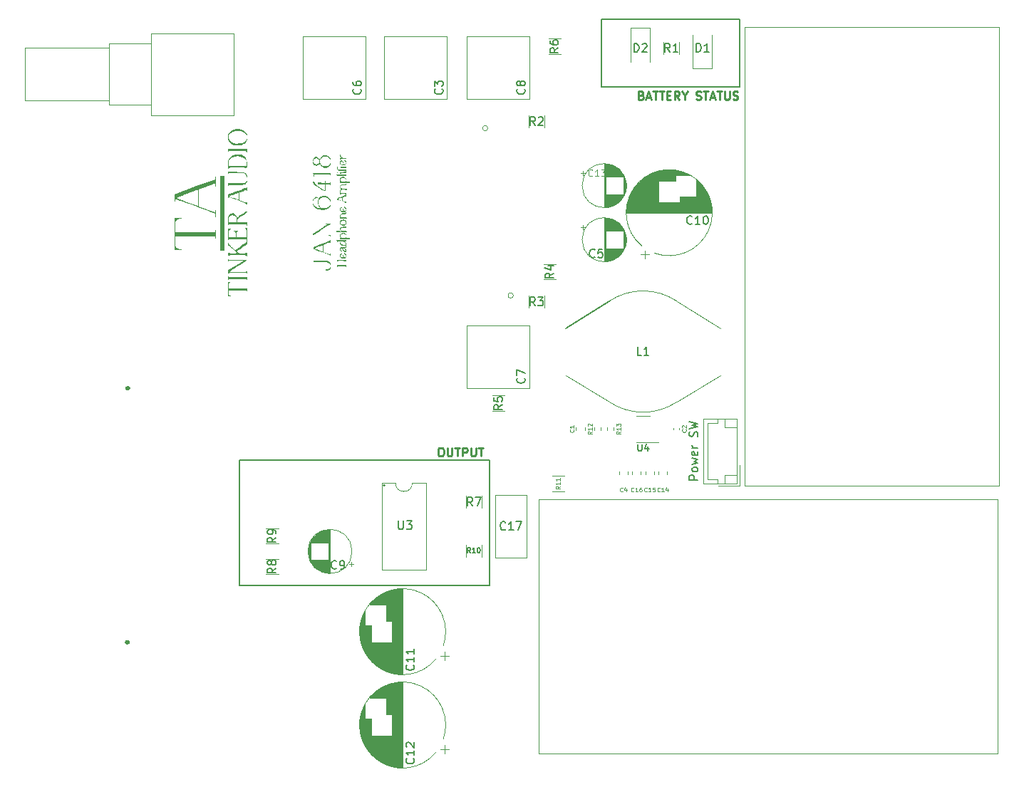
<source format=gbr>
%TF.GenerationSoftware,KiCad,Pcbnew,(6.0.0)*%
%TF.CreationDate,2022-08-03T23:17:49+01:00*%
%TF.ProjectId,Tube Headphone project V3,54756265-2048-4656-9164-70686f6e6520,rev?*%
%TF.SameCoordinates,Original*%
%TF.FileFunction,Legend,Top*%
%TF.FilePolarity,Positive*%
%FSLAX46Y46*%
G04 Gerber Fmt 4.6, Leading zero omitted, Abs format (unit mm)*
G04 Created by KiCad (PCBNEW (6.0.0)) date 2022-08-03 23:17:49*
%MOMM*%
%LPD*%
G01*
G04 APERTURE LIST*
%ADD10C,0.150000*%
%ADD11C,0.250000*%
%ADD12C,0.125000*%
%ADD13C,0.200000*%
%ADD14C,0.120000*%
%ADD15C,0.500000*%
G04 APERTURE END LIST*
D10*
X186320000Y-101460000D02*
G75*
G03*
X186320000Y-101460000I-72111J0D01*
G01*
X198790000Y-113350000D02*
X169080000Y-113350000D01*
X169080000Y-113350000D02*
X169080000Y-98410000D01*
X169080000Y-98410000D02*
X198790000Y-98410000D01*
X198790000Y-98410000D02*
X198790000Y-113350000D01*
X212110000Y-46060000D02*
X228470000Y-46060000D01*
X228470000Y-46060000D02*
X228470000Y-54060000D01*
X228470000Y-54060000D02*
X212110000Y-54060000D01*
X212110000Y-54060000D02*
X212110000Y-46060000D01*
D11*
X216812380Y-55068571D02*
X216955238Y-55116190D01*
X217002857Y-55163809D01*
X217050476Y-55259047D01*
X217050476Y-55401904D01*
X217002857Y-55497142D01*
X216955238Y-55544761D01*
X216860000Y-55592380D01*
X216479047Y-55592380D01*
X216479047Y-54592380D01*
X216812380Y-54592380D01*
X216907619Y-54640000D01*
X216955238Y-54687619D01*
X217002857Y-54782857D01*
X217002857Y-54878095D01*
X216955238Y-54973333D01*
X216907619Y-55020952D01*
X216812380Y-55068571D01*
X216479047Y-55068571D01*
X217431428Y-55306666D02*
X217907619Y-55306666D01*
X217336190Y-55592380D02*
X217669523Y-54592380D01*
X218002857Y-55592380D01*
X218193333Y-54592380D02*
X218764761Y-54592380D01*
X218479047Y-55592380D02*
X218479047Y-54592380D01*
X218955238Y-54592380D02*
X219526666Y-54592380D01*
X219240952Y-55592380D02*
X219240952Y-54592380D01*
X219860000Y-55068571D02*
X220193333Y-55068571D01*
X220336190Y-55592380D02*
X219860000Y-55592380D01*
X219860000Y-54592380D01*
X220336190Y-54592380D01*
X221336190Y-55592380D02*
X221002857Y-55116190D01*
X220764761Y-55592380D02*
X220764761Y-54592380D01*
X221145714Y-54592380D01*
X221240952Y-54640000D01*
X221288571Y-54687619D01*
X221336190Y-54782857D01*
X221336190Y-54925714D01*
X221288571Y-55020952D01*
X221240952Y-55068571D01*
X221145714Y-55116190D01*
X220764761Y-55116190D01*
X221955238Y-55116190D02*
X221955238Y-55592380D01*
X221621904Y-54592380D02*
X221955238Y-55116190D01*
X222288571Y-54592380D01*
X223336190Y-55544761D02*
X223479047Y-55592380D01*
X223717142Y-55592380D01*
X223812380Y-55544761D01*
X223860000Y-55497142D01*
X223907619Y-55401904D01*
X223907619Y-55306666D01*
X223860000Y-55211428D01*
X223812380Y-55163809D01*
X223717142Y-55116190D01*
X223526666Y-55068571D01*
X223431428Y-55020952D01*
X223383809Y-54973333D01*
X223336190Y-54878095D01*
X223336190Y-54782857D01*
X223383809Y-54687619D01*
X223431428Y-54640000D01*
X223526666Y-54592380D01*
X223764761Y-54592380D01*
X223907619Y-54640000D01*
X224193333Y-54592380D02*
X224764761Y-54592380D01*
X224479047Y-55592380D02*
X224479047Y-54592380D01*
X225050476Y-55306666D02*
X225526666Y-55306666D01*
X224955238Y-55592380D02*
X225288571Y-54592380D01*
X225621904Y-55592380D01*
X225812380Y-54592380D02*
X226383809Y-54592380D01*
X226098095Y-55592380D02*
X226098095Y-54592380D01*
X226717142Y-54592380D02*
X226717142Y-55401904D01*
X226764761Y-55497142D01*
X226812380Y-55544761D01*
X226907619Y-55592380D01*
X227098095Y-55592380D01*
X227193333Y-55544761D01*
X227240952Y-55497142D01*
X227288571Y-55401904D01*
X227288571Y-54592380D01*
X227717142Y-55544761D02*
X227860000Y-55592380D01*
X228098095Y-55592380D01*
X228193333Y-55544761D01*
X228240952Y-55497142D01*
X228288571Y-55401904D01*
X228288571Y-55306666D01*
X228240952Y-55211428D01*
X228193333Y-55163809D01*
X228098095Y-55116190D01*
X227907619Y-55068571D01*
X227812380Y-55020952D01*
X227764761Y-54973333D01*
X227717142Y-54878095D01*
X227717142Y-54782857D01*
X227764761Y-54687619D01*
X227812380Y-54640000D01*
X227907619Y-54592380D01*
X228145714Y-54592380D01*
X228288571Y-54640000D01*
X192905238Y-96972380D02*
X193095714Y-96972380D01*
X193190952Y-97020000D01*
X193286190Y-97115238D01*
X193333809Y-97305714D01*
X193333809Y-97639047D01*
X193286190Y-97829523D01*
X193190952Y-97924761D01*
X193095714Y-97972380D01*
X192905238Y-97972380D01*
X192810000Y-97924761D01*
X192714761Y-97829523D01*
X192667142Y-97639047D01*
X192667142Y-97305714D01*
X192714761Y-97115238D01*
X192810000Y-97020000D01*
X192905238Y-96972380D01*
X193762380Y-96972380D02*
X193762380Y-97781904D01*
X193810000Y-97877142D01*
X193857619Y-97924761D01*
X193952857Y-97972380D01*
X194143333Y-97972380D01*
X194238571Y-97924761D01*
X194286190Y-97877142D01*
X194333809Y-97781904D01*
X194333809Y-96972380D01*
X194667142Y-96972380D02*
X195238571Y-96972380D01*
X194952857Y-97972380D02*
X194952857Y-96972380D01*
X195571904Y-97972380D02*
X195571904Y-96972380D01*
X195952857Y-96972380D01*
X196048095Y-97020000D01*
X196095714Y-97067619D01*
X196143333Y-97162857D01*
X196143333Y-97305714D01*
X196095714Y-97400952D01*
X196048095Y-97448571D01*
X195952857Y-97496190D01*
X195571904Y-97496190D01*
X196571904Y-96972380D02*
X196571904Y-97781904D01*
X196619523Y-97877142D01*
X196667142Y-97924761D01*
X196762380Y-97972380D01*
X196952857Y-97972380D01*
X197048095Y-97924761D01*
X197095714Y-97877142D01*
X197143333Y-97781904D01*
X197143333Y-96972380D01*
X197476666Y-96972380D02*
X198048095Y-96972380D01*
X197762380Y-97972380D02*
X197762380Y-96972380D01*
D10*
%TO.C,R3*%
X204198001Y-80082380D02*
X203864668Y-79606190D01*
X203626572Y-80082380D02*
X203626572Y-79082380D01*
X204007525Y-79082380D01*
X204102763Y-79130000D01*
X204150382Y-79177619D01*
X204198001Y-79272857D01*
X204198001Y-79415714D01*
X204150382Y-79510952D01*
X204102763Y-79558571D01*
X204007525Y-79606190D01*
X203626572Y-79606190D01*
X204531334Y-79082380D02*
X205150382Y-79082380D01*
X204817048Y-79463333D01*
X204959906Y-79463333D01*
X205055144Y-79510952D01*
X205102763Y-79558571D01*
X205150382Y-79653809D01*
X205150382Y-79891904D01*
X205102763Y-79987142D01*
X205055144Y-80034761D01*
X204959906Y-80082380D01*
X204674191Y-80082380D01*
X204578953Y-80034761D01*
X204531334Y-79987142D01*
D12*
%TO.C,C15*%
X217478571Y-102158133D02*
X217454761Y-102181942D01*
X217383333Y-102205752D01*
X217335714Y-102205752D01*
X217264285Y-102181942D01*
X217216666Y-102134323D01*
X217192857Y-102086704D01*
X217169047Y-101991466D01*
X217169047Y-101920038D01*
X217192857Y-101824800D01*
X217216666Y-101777181D01*
X217264285Y-101729562D01*
X217335714Y-101705752D01*
X217383333Y-101705752D01*
X217454761Y-101729562D01*
X217478571Y-101753371D01*
X217954761Y-102205752D02*
X217669047Y-102205752D01*
X217811904Y-102205752D02*
X217811904Y-101705752D01*
X217764285Y-101777181D01*
X217716666Y-101824800D01*
X217669047Y-101848609D01*
X218407142Y-101705752D02*
X218169047Y-101705752D01*
X218145238Y-101943847D01*
X218169047Y-101920038D01*
X218216666Y-101896228D01*
X218335714Y-101896228D01*
X218383333Y-101920038D01*
X218407142Y-101943847D01*
X218430952Y-101991466D01*
X218430952Y-102110514D01*
X218407142Y-102158133D01*
X218383333Y-102181942D01*
X218335714Y-102205752D01*
X218216666Y-102205752D01*
X218169047Y-102181942D01*
X218145238Y-102158133D01*
%TO.C,R11*%
X207146190Y-101541760D02*
X206908095Y-101708427D01*
X207146190Y-101827474D02*
X206646190Y-101827474D01*
X206646190Y-101636998D01*
X206670000Y-101589379D01*
X206693809Y-101565570D01*
X206741428Y-101541760D01*
X206812857Y-101541760D01*
X206860476Y-101565570D01*
X206884285Y-101589379D01*
X206908095Y-101636998D01*
X206908095Y-101827474D01*
X207146190Y-101065570D02*
X207146190Y-101351284D01*
X207146190Y-101208427D02*
X206646190Y-101208427D01*
X206717619Y-101256046D01*
X206765238Y-101303665D01*
X206789047Y-101351284D01*
X207146190Y-100589379D02*
X207146190Y-100875093D01*
X207146190Y-100732236D02*
X206646190Y-100732236D01*
X206717619Y-100779855D01*
X206765238Y-100827474D01*
X206789047Y-100875093D01*
%TO.C,C13*%
X211014701Y-64625714D02*
X210976606Y-64663809D01*
X210862320Y-64701904D01*
X210786129Y-64701904D01*
X210671844Y-64663809D01*
X210595653Y-64587619D01*
X210557558Y-64511428D01*
X210519463Y-64359047D01*
X210519463Y-64244761D01*
X210557558Y-64092380D01*
X210595653Y-64016190D01*
X210671844Y-63940000D01*
X210786129Y-63901904D01*
X210862320Y-63901904D01*
X210976606Y-63940000D01*
X211014701Y-63978095D01*
X211776606Y-64701904D02*
X211319463Y-64701904D01*
X211548034Y-64701904D02*
X211548034Y-63901904D01*
X211471844Y-64016190D01*
X211395653Y-64092380D01*
X211319463Y-64130476D01*
X212043272Y-63901904D02*
X212538510Y-63901904D01*
X212271844Y-64206666D01*
X212386129Y-64206666D01*
X212462320Y-64244761D01*
X212500415Y-64282857D01*
X212538510Y-64359047D01*
X212538510Y-64549523D01*
X212500415Y-64625714D01*
X212462320Y-64663809D01*
X212386129Y-64701904D01*
X212157558Y-64701904D01*
X212081367Y-64663809D01*
X212043272Y-64625714D01*
%TO.C,C1*%
X208768571Y-94793333D02*
X208792380Y-94817142D01*
X208816190Y-94888571D01*
X208816190Y-94936190D01*
X208792380Y-95007619D01*
X208744761Y-95055238D01*
X208697142Y-95079047D01*
X208601904Y-95102857D01*
X208530476Y-95102857D01*
X208435238Y-95079047D01*
X208387619Y-95055238D01*
X208340000Y-95007619D01*
X208316190Y-94936190D01*
X208316190Y-94888571D01*
X208340000Y-94817142D01*
X208363809Y-94793333D01*
X208816190Y-94317142D02*
X208816190Y-94602857D01*
X208816190Y-94460000D02*
X208316190Y-94460000D01*
X208387619Y-94507619D01*
X208435238Y-94555238D01*
X208459047Y-94602857D01*
D10*
%TO.C,U3*%
X187978095Y-105682380D02*
X187978095Y-106491904D01*
X188025714Y-106587142D01*
X188073333Y-106634761D01*
X188168571Y-106682380D01*
X188359047Y-106682380D01*
X188454285Y-106634761D01*
X188501904Y-106587142D01*
X188549523Y-106491904D01*
X188549523Y-105682380D01*
X188930476Y-105682380D02*
X189549523Y-105682380D01*
X189216190Y-106063333D01*
X189359047Y-106063333D01*
X189454285Y-106110952D01*
X189501904Y-106158571D01*
X189549523Y-106253809D01*
X189549523Y-106491904D01*
X189501904Y-106587142D01*
X189454285Y-106634761D01*
X189359047Y-106682380D01*
X189073333Y-106682380D01*
X188978095Y-106634761D01*
X188930476Y-106587142D01*
%TO.C,C5*%
X211289612Y-74277142D02*
X211241993Y-74324761D01*
X211099136Y-74372380D01*
X211003898Y-74372380D01*
X210861040Y-74324761D01*
X210765802Y-74229523D01*
X210718183Y-74134285D01*
X210670564Y-73943809D01*
X210670564Y-73800952D01*
X210718183Y-73610476D01*
X210765802Y-73515238D01*
X210861040Y-73420000D01*
X211003898Y-73372380D01*
X211099136Y-73372380D01*
X211241993Y-73420000D01*
X211289612Y-73467619D01*
X212194374Y-73372380D02*
X211718183Y-73372380D01*
X211670564Y-73848571D01*
X211718183Y-73800952D01*
X211813421Y-73753333D01*
X212051517Y-73753333D01*
X212146755Y-73800952D01*
X212194374Y-73848571D01*
X212241993Y-73943809D01*
X212241993Y-74181904D01*
X212194374Y-74277142D01*
X212146755Y-74324761D01*
X212051517Y-74372380D01*
X211813421Y-74372380D01*
X211718183Y-74324761D01*
X211670564Y-74277142D01*
%TO.C,C10*%
X222844504Y-70325056D02*
X222796885Y-70372675D01*
X222654028Y-70420294D01*
X222558790Y-70420294D01*
X222415933Y-70372675D01*
X222320695Y-70277437D01*
X222273076Y-70182199D01*
X222225457Y-69991723D01*
X222225457Y-69848866D01*
X222273076Y-69658390D01*
X222320695Y-69563152D01*
X222415933Y-69467914D01*
X222558790Y-69420294D01*
X222654028Y-69420294D01*
X222796885Y-69467914D01*
X222844504Y-69515533D01*
X223796885Y-70420294D02*
X223225457Y-70420294D01*
X223511171Y-70420294D02*
X223511171Y-69420294D01*
X223415933Y-69563152D01*
X223320695Y-69658390D01*
X223225457Y-69706009D01*
X224415933Y-69420294D02*
X224511171Y-69420294D01*
X224606409Y-69467914D01*
X224654028Y-69515533D01*
X224701647Y-69610771D01*
X224749266Y-69801247D01*
X224749266Y-70039342D01*
X224701647Y-70229818D01*
X224654028Y-70325056D01*
X224606409Y-70372675D01*
X224511171Y-70420294D01*
X224415933Y-70420294D01*
X224320695Y-70372675D01*
X224273076Y-70325056D01*
X224225457Y-70229818D01*
X224177838Y-70039342D01*
X224177838Y-69801247D01*
X224225457Y-69610771D01*
X224273076Y-69515533D01*
X224320695Y-69467914D01*
X224415933Y-69420294D01*
%TO.C,R10*%
X196521716Y-109461428D02*
X196321716Y-109175714D01*
X196178859Y-109461428D02*
X196178859Y-108861428D01*
X196407431Y-108861428D01*
X196464573Y-108890000D01*
X196493145Y-108918571D01*
X196521716Y-108975714D01*
X196521716Y-109061428D01*
X196493145Y-109118571D01*
X196464573Y-109147142D01*
X196407431Y-109175714D01*
X196178859Y-109175714D01*
X197093145Y-109461428D02*
X196750288Y-109461428D01*
X196921716Y-109461428D02*
X196921716Y-108861428D01*
X196864573Y-108947142D01*
X196807431Y-109004285D01*
X196750288Y-109032857D01*
X197464573Y-108861428D02*
X197521716Y-108861428D01*
X197578859Y-108890000D01*
X197607431Y-108918571D01*
X197636002Y-108975714D01*
X197664573Y-109090000D01*
X197664573Y-109232857D01*
X197636002Y-109347142D01*
X197607431Y-109404285D01*
X197578859Y-109432857D01*
X197521716Y-109461428D01*
X197464573Y-109461428D01*
X197407431Y-109432857D01*
X197378859Y-109404285D01*
X197350288Y-109347142D01*
X197321716Y-109232857D01*
X197321716Y-109090000D01*
X197350288Y-108975714D01*
X197378859Y-108918571D01*
X197407431Y-108890000D01*
X197464573Y-108861428D01*
D12*
%TO.C,C14*%
X219038769Y-102158133D02*
X219014959Y-102181942D01*
X218943531Y-102205752D01*
X218895912Y-102205752D01*
X218824483Y-102181942D01*
X218776864Y-102134323D01*
X218753055Y-102086704D01*
X218729245Y-101991466D01*
X218729245Y-101920038D01*
X218753055Y-101824800D01*
X218776864Y-101777181D01*
X218824483Y-101729562D01*
X218895912Y-101705752D01*
X218943531Y-101705752D01*
X219014959Y-101729562D01*
X219038769Y-101753371D01*
X219514959Y-102205752D02*
X219229245Y-102205752D01*
X219372102Y-102205752D02*
X219372102Y-101705752D01*
X219324483Y-101777181D01*
X219276864Y-101824800D01*
X219229245Y-101848609D01*
X219943531Y-101872419D02*
X219943531Y-102205752D01*
X219824483Y-101681942D02*
X219705436Y-102039085D01*
X220014959Y-102039085D01*
D10*
%TO.C,C12*%
X189757142Y-133902857D02*
X189804761Y-133950476D01*
X189852380Y-134093333D01*
X189852380Y-134188571D01*
X189804761Y-134331428D01*
X189709523Y-134426666D01*
X189614285Y-134474285D01*
X189423809Y-134521904D01*
X189280952Y-134521904D01*
X189090476Y-134474285D01*
X188995238Y-134426666D01*
X188900000Y-134331428D01*
X188852380Y-134188571D01*
X188852380Y-134093333D01*
X188900000Y-133950476D01*
X188947619Y-133902857D01*
X189852380Y-132950476D02*
X189852380Y-133521904D01*
X189852380Y-133236190D02*
X188852380Y-133236190D01*
X188995238Y-133331428D01*
X189090476Y-133426666D01*
X189138095Y-133521904D01*
X188947619Y-132569523D02*
X188900000Y-132521904D01*
X188852380Y-132426666D01*
X188852380Y-132188571D01*
X188900000Y-132093333D01*
X188947619Y-132045714D01*
X189042857Y-131998095D01*
X189138095Y-131998095D01*
X189280952Y-132045714D01*
X189852380Y-132617142D01*
X189852380Y-131998095D01*
%TO.C,C11*%
X189757142Y-122806809D02*
X189804761Y-122854428D01*
X189852380Y-122997285D01*
X189852380Y-123092523D01*
X189804761Y-123235380D01*
X189709523Y-123330618D01*
X189614285Y-123378237D01*
X189423809Y-123425856D01*
X189280952Y-123425856D01*
X189090476Y-123378237D01*
X188995238Y-123330618D01*
X188900000Y-123235380D01*
X188852380Y-123092523D01*
X188852380Y-122997285D01*
X188900000Y-122854428D01*
X188947619Y-122806809D01*
X189852380Y-121854428D02*
X189852380Y-122425856D01*
X189852380Y-122140142D02*
X188852380Y-122140142D01*
X188995238Y-122235380D01*
X189090476Y-122330618D01*
X189138095Y-122425856D01*
X189852380Y-120902047D02*
X189852380Y-121473475D01*
X189852380Y-121187761D02*
X188852380Y-121187761D01*
X188995238Y-121282999D01*
X189090476Y-121378237D01*
X189138095Y-121473475D01*
%TO.C,R2*%
X204213321Y-58652380D02*
X203879988Y-58176190D01*
X203641892Y-58652380D02*
X203641892Y-57652380D01*
X204022845Y-57652380D01*
X204118083Y-57700000D01*
X204165702Y-57747619D01*
X204213321Y-57842857D01*
X204213321Y-57985714D01*
X204165702Y-58080952D01*
X204118083Y-58128571D01*
X204022845Y-58176190D01*
X203641892Y-58176190D01*
X204594273Y-57747619D02*
X204641892Y-57700000D01*
X204737130Y-57652380D01*
X204975226Y-57652380D01*
X205070464Y-57700000D01*
X205118083Y-57747619D01*
X205165702Y-57842857D01*
X205165702Y-57938095D01*
X205118083Y-58080952D01*
X204546654Y-58652380D01*
X205165702Y-58652380D01*
%TO.C,C9*%
X180603333Y-111297142D02*
X180555714Y-111344761D01*
X180412857Y-111392380D01*
X180317619Y-111392380D01*
X180174761Y-111344761D01*
X180079523Y-111249523D01*
X180031904Y-111154285D01*
X179984285Y-110963809D01*
X179984285Y-110820952D01*
X180031904Y-110630476D01*
X180079523Y-110535238D01*
X180174761Y-110440000D01*
X180317619Y-110392380D01*
X180412857Y-110392380D01*
X180555714Y-110440000D01*
X180603333Y-110487619D01*
X181079523Y-111392380D02*
X181270000Y-111392380D01*
X181365238Y-111344761D01*
X181412857Y-111297142D01*
X181508095Y-111154285D01*
X181555714Y-110963809D01*
X181555714Y-110582857D01*
X181508095Y-110487619D01*
X181460476Y-110440000D01*
X181365238Y-110392380D01*
X181174761Y-110392380D01*
X181079523Y-110440000D01*
X181031904Y-110487619D01*
X180984285Y-110582857D01*
X180984285Y-110820952D01*
X181031904Y-110916190D01*
X181079523Y-110963809D01*
X181174761Y-111011428D01*
X181365238Y-111011428D01*
X181460476Y-110963809D01*
X181508095Y-110916190D01*
X181555714Y-110820952D01*
%TO.C,D2*%
X215963447Y-49942380D02*
X215963447Y-48942380D01*
X216201543Y-48942380D01*
X216344400Y-48990000D01*
X216439638Y-49085238D01*
X216487257Y-49180476D01*
X216534876Y-49370952D01*
X216534876Y-49513809D01*
X216487257Y-49704285D01*
X216439638Y-49799523D01*
X216344400Y-49894761D01*
X216201543Y-49942380D01*
X215963447Y-49942380D01*
X216915828Y-49037619D02*
X216963447Y-48990000D01*
X217058685Y-48942380D01*
X217296781Y-48942380D01*
X217392019Y-48990000D01*
X217439638Y-49037619D01*
X217487257Y-49132857D01*
X217487257Y-49228095D01*
X217439638Y-49370952D01*
X216868209Y-49942380D01*
X217487257Y-49942380D01*
%TO.C,D1*%
X223351904Y-49902380D02*
X223351904Y-48902380D01*
X223590000Y-48902380D01*
X223732857Y-48950000D01*
X223828095Y-49045238D01*
X223875714Y-49140476D01*
X223923333Y-49330952D01*
X223923333Y-49473809D01*
X223875714Y-49664285D01*
X223828095Y-49759523D01*
X223732857Y-49854761D01*
X223590000Y-49902380D01*
X223351904Y-49902380D01*
X224875714Y-49902380D02*
X224304285Y-49902380D01*
X224590000Y-49902380D02*
X224590000Y-48902380D01*
X224494761Y-49045238D01*
X224399523Y-49140476D01*
X224304285Y-49188095D01*
%TO.C,R5*%
X200307492Y-91868245D02*
X199831302Y-92201579D01*
X200307492Y-92439674D02*
X199307492Y-92439674D01*
X199307492Y-92058721D01*
X199355112Y-91963483D01*
X199402731Y-91915864D01*
X199497969Y-91868245D01*
X199640826Y-91868245D01*
X199736064Y-91915864D01*
X199783683Y-91963483D01*
X199831302Y-92058721D01*
X199831302Y-92439674D01*
X199307492Y-90963483D02*
X199307492Y-91439674D01*
X199783683Y-91487293D01*
X199736064Y-91439674D01*
X199688445Y-91344436D01*
X199688445Y-91106340D01*
X199736064Y-91011102D01*
X199783683Y-90963483D01*
X199878921Y-90915864D01*
X200117016Y-90915864D01*
X200212254Y-90963483D01*
X200259873Y-91011102D01*
X200307492Y-91106340D01*
X200307492Y-91344436D01*
X200259873Y-91439674D01*
X200212254Y-91487293D01*
%TO.C,R9*%
X173412380Y-107646390D02*
X172936190Y-107979724D01*
X173412380Y-108217819D02*
X172412380Y-108217819D01*
X172412380Y-107836866D01*
X172460000Y-107741628D01*
X172507619Y-107694009D01*
X172602857Y-107646390D01*
X172745714Y-107646390D01*
X172840952Y-107694009D01*
X172888571Y-107741628D01*
X172936190Y-107836866D01*
X172936190Y-108217819D01*
X173412380Y-107170200D02*
X173412380Y-106979724D01*
X173364761Y-106884485D01*
X173317142Y-106836866D01*
X173174285Y-106741628D01*
X172983809Y-106694009D01*
X172602857Y-106694009D01*
X172507619Y-106741628D01*
X172460000Y-106789247D01*
X172412380Y-106884485D01*
X172412380Y-107074962D01*
X172460000Y-107170200D01*
X172507619Y-107217819D01*
X172602857Y-107265438D01*
X172840952Y-107265438D01*
X172936190Y-107217819D01*
X172983809Y-107170200D01*
X173031428Y-107074962D01*
X173031428Y-106884485D01*
X172983809Y-106789247D01*
X172936190Y-106741628D01*
X172840952Y-106694009D01*
%TO.C,R6*%
X206952380Y-49446666D02*
X206476190Y-49780000D01*
X206952380Y-50018095D02*
X205952380Y-50018095D01*
X205952380Y-49637142D01*
X206000000Y-49541904D01*
X206047619Y-49494285D01*
X206142857Y-49446666D01*
X206285714Y-49446666D01*
X206380952Y-49494285D01*
X206428571Y-49541904D01*
X206476190Y-49637142D01*
X206476190Y-50018095D01*
X205952380Y-48589523D02*
X205952380Y-48780000D01*
X206000000Y-48875238D01*
X206047619Y-48922857D01*
X206190476Y-49018095D01*
X206380952Y-49065714D01*
X206761904Y-49065714D01*
X206857142Y-49018095D01*
X206904761Y-48970476D01*
X206952380Y-48875238D01*
X206952380Y-48684761D01*
X206904761Y-48589523D01*
X206857142Y-48541904D01*
X206761904Y-48494285D01*
X206523809Y-48494285D01*
X206428571Y-48541904D01*
X206380952Y-48589523D01*
X206333333Y-48684761D01*
X206333333Y-48875238D01*
X206380952Y-48970476D01*
X206428571Y-49018095D01*
X206523809Y-49065714D01*
D12*
%TO.C,C2*%
X222108571Y-94799462D02*
X222132380Y-94823271D01*
X222156190Y-94894700D01*
X222156190Y-94942319D01*
X222132380Y-95013748D01*
X222084761Y-95061367D01*
X222037142Y-95085176D01*
X221941904Y-95108986D01*
X221870476Y-95108986D01*
X221775238Y-95085176D01*
X221727619Y-95061367D01*
X221680000Y-95013748D01*
X221656190Y-94942319D01*
X221656190Y-94894700D01*
X221680000Y-94823271D01*
X221703809Y-94799462D01*
X221703809Y-94608986D02*
X221680000Y-94585176D01*
X221656190Y-94537557D01*
X221656190Y-94418509D01*
X221680000Y-94370890D01*
X221703809Y-94347081D01*
X221751428Y-94323271D01*
X221799047Y-94323271D01*
X221870476Y-94347081D01*
X222156190Y-94632795D01*
X222156190Y-94323271D01*
D10*
%TO.C,R1*%
X220223333Y-49922380D02*
X219890000Y-49446190D01*
X219651904Y-49922380D02*
X219651904Y-48922380D01*
X220032857Y-48922380D01*
X220128095Y-48970000D01*
X220175714Y-49017619D01*
X220223333Y-49112857D01*
X220223333Y-49255714D01*
X220175714Y-49350952D01*
X220128095Y-49398571D01*
X220032857Y-49446190D01*
X219651904Y-49446190D01*
X221175714Y-49922380D02*
X220604285Y-49922380D01*
X220890000Y-49922380D02*
X220890000Y-48922380D01*
X220794761Y-49065238D01*
X220699523Y-49160476D01*
X220604285Y-49208095D01*
%TO.C,L1*%
X216853333Y-85962380D02*
X216377142Y-85962380D01*
X216377142Y-84962380D01*
X217710476Y-85962380D02*
X217139047Y-85962380D01*
X217424761Y-85962380D02*
X217424761Y-84962380D01*
X217329523Y-85105238D01*
X217234285Y-85200476D01*
X217139047Y-85248095D01*
%TO.C,C17*%
X200676443Y-106662142D02*
X200628824Y-106709761D01*
X200485967Y-106757380D01*
X200390729Y-106757380D01*
X200247872Y-106709761D01*
X200152634Y-106614523D01*
X200105015Y-106519285D01*
X200057396Y-106328809D01*
X200057396Y-106185952D01*
X200105015Y-105995476D01*
X200152634Y-105900238D01*
X200247872Y-105805000D01*
X200390729Y-105757380D01*
X200485967Y-105757380D01*
X200628824Y-105805000D01*
X200676443Y-105852619D01*
X201628824Y-106757380D02*
X201057396Y-106757380D01*
X201343110Y-106757380D02*
X201343110Y-105757380D01*
X201247872Y-105900238D01*
X201152634Y-105995476D01*
X201057396Y-106043095D01*
X201962158Y-105757380D02*
X202628824Y-105757380D01*
X202200253Y-106757380D01*
D13*
%TO.C,U4*%
X216420476Y-96568033D02*
X216420476Y-97215652D01*
X216458571Y-97291843D01*
X216496666Y-97329938D01*
X216572857Y-97368033D01*
X216725238Y-97368033D01*
X216801428Y-97329938D01*
X216839523Y-97291843D01*
X216877619Y-97215652D01*
X216877619Y-96568033D01*
X217601428Y-96834700D02*
X217601428Y-97368033D01*
X217410952Y-96529938D02*
X217220476Y-97101367D01*
X217715714Y-97101367D01*
D12*
%TO.C,R13*%
X214352678Y-95057557D02*
X214114583Y-95224224D01*
X214352678Y-95343271D02*
X213852678Y-95343271D01*
X213852678Y-95152795D01*
X213876488Y-95105176D01*
X213900297Y-95081367D01*
X213947916Y-95057557D01*
X214019345Y-95057557D01*
X214066964Y-95081367D01*
X214090773Y-95105176D01*
X214114583Y-95152795D01*
X214114583Y-95343271D01*
X214352678Y-94581367D02*
X214352678Y-94867081D01*
X214352678Y-94724224D02*
X213852678Y-94724224D01*
X213924107Y-94771843D01*
X213971726Y-94819462D01*
X213995535Y-94867081D01*
X213852678Y-94414700D02*
X213852678Y-94105176D01*
X214043154Y-94271843D01*
X214043154Y-94200414D01*
X214066964Y-94152795D01*
X214090773Y-94128986D01*
X214138392Y-94105176D01*
X214257440Y-94105176D01*
X214305059Y-94128986D01*
X214328868Y-94152795D01*
X214352678Y-94200414D01*
X214352678Y-94343271D01*
X214328868Y-94390890D01*
X214305059Y-94414700D01*
%TO.C,R12*%
X210948878Y-95057557D02*
X210710783Y-95224224D01*
X210948878Y-95343271D02*
X210448878Y-95343271D01*
X210448878Y-95152795D01*
X210472688Y-95105176D01*
X210496497Y-95081367D01*
X210544116Y-95057557D01*
X210615545Y-95057557D01*
X210663164Y-95081367D01*
X210686973Y-95105176D01*
X210710783Y-95152795D01*
X210710783Y-95343271D01*
X210948878Y-94581367D02*
X210948878Y-94867081D01*
X210948878Y-94724224D02*
X210448878Y-94724224D01*
X210520307Y-94771843D01*
X210567926Y-94819462D01*
X210591735Y-94867081D01*
X210496497Y-94390890D02*
X210472688Y-94367081D01*
X210448878Y-94319462D01*
X210448878Y-94200414D01*
X210472688Y-94152795D01*
X210496497Y-94128986D01*
X210544116Y-94105176D01*
X210591735Y-94105176D01*
X210663164Y-94128986D01*
X210948878Y-94414700D01*
X210948878Y-94105176D01*
D10*
%TO.C,Power SW*%
X223532380Y-100774761D02*
X222532380Y-100774761D01*
X222532380Y-100393809D01*
X222580000Y-100298571D01*
X222627619Y-100250952D01*
X222722857Y-100203333D01*
X222865714Y-100203333D01*
X222960952Y-100250952D01*
X223008571Y-100298571D01*
X223056190Y-100393809D01*
X223056190Y-100774761D01*
X223532380Y-99631904D02*
X223484761Y-99727142D01*
X223437142Y-99774761D01*
X223341904Y-99822380D01*
X223056190Y-99822380D01*
X222960952Y-99774761D01*
X222913333Y-99727142D01*
X222865714Y-99631904D01*
X222865714Y-99489047D01*
X222913333Y-99393809D01*
X222960952Y-99346190D01*
X223056190Y-99298571D01*
X223341904Y-99298571D01*
X223437142Y-99346190D01*
X223484761Y-99393809D01*
X223532380Y-99489047D01*
X223532380Y-99631904D01*
X222865714Y-98965238D02*
X223532380Y-98774761D01*
X223056190Y-98584285D01*
X223532380Y-98393809D01*
X222865714Y-98203333D01*
X223484761Y-97441428D02*
X223532380Y-97536666D01*
X223532380Y-97727142D01*
X223484761Y-97822380D01*
X223389523Y-97870000D01*
X223008571Y-97870000D01*
X222913333Y-97822380D01*
X222865714Y-97727142D01*
X222865714Y-97536666D01*
X222913333Y-97441428D01*
X223008571Y-97393809D01*
X223103809Y-97393809D01*
X223199047Y-97870000D01*
X223532380Y-96965238D02*
X222865714Y-96965238D01*
X223056190Y-96965238D02*
X222960952Y-96917619D01*
X222913333Y-96870000D01*
X222865714Y-96774761D01*
X222865714Y-96679523D01*
X223484761Y-95631904D02*
X223532380Y-95489047D01*
X223532380Y-95250952D01*
X223484761Y-95155714D01*
X223437142Y-95108095D01*
X223341904Y-95060476D01*
X223246666Y-95060476D01*
X223151428Y-95108095D01*
X223103809Y-95155714D01*
X223056190Y-95250952D01*
X223008571Y-95441428D01*
X222960952Y-95536666D01*
X222913333Y-95584285D01*
X222818095Y-95631904D01*
X222722857Y-95631904D01*
X222627619Y-95584285D01*
X222580000Y-95536666D01*
X222532380Y-95441428D01*
X222532380Y-95203333D01*
X222580000Y-95060476D01*
X222532380Y-94727142D02*
X223532380Y-94489047D01*
X222818095Y-94298571D01*
X223532380Y-94108095D01*
X222532380Y-93870000D01*
%TO.C,R4*%
X206392380Y-76221998D02*
X205916190Y-76555332D01*
X206392380Y-76793427D02*
X205392380Y-76793427D01*
X205392380Y-76412474D01*
X205440000Y-76317236D01*
X205487619Y-76269617D01*
X205582857Y-76221998D01*
X205725714Y-76221998D01*
X205820952Y-76269617D01*
X205868571Y-76317236D01*
X205916190Y-76412474D01*
X205916190Y-76793427D01*
X205725714Y-75364855D02*
X206392380Y-75364855D01*
X205344761Y-75602951D02*
X206059047Y-75841046D01*
X206059047Y-75221998D01*
D12*
%TO.C,C16*%
X215928374Y-102158133D02*
X215904564Y-102181942D01*
X215833136Y-102205752D01*
X215785517Y-102205752D01*
X215714088Y-102181942D01*
X215666469Y-102134323D01*
X215642660Y-102086704D01*
X215618850Y-101991466D01*
X215618850Y-101920038D01*
X215642660Y-101824800D01*
X215666469Y-101777181D01*
X215714088Y-101729562D01*
X215785517Y-101705752D01*
X215833136Y-101705752D01*
X215904564Y-101729562D01*
X215928374Y-101753371D01*
X216404564Y-102205752D02*
X216118850Y-102205752D01*
X216261707Y-102205752D02*
X216261707Y-101705752D01*
X216214088Y-101777181D01*
X216166469Y-101824800D01*
X216118850Y-101848609D01*
X216833136Y-101705752D02*
X216737898Y-101705752D01*
X216690279Y-101729562D01*
X216666469Y-101753371D01*
X216618850Y-101824800D01*
X216595041Y-101920038D01*
X216595041Y-102110514D01*
X216618850Y-102158133D01*
X216642660Y-102181942D01*
X216690279Y-102205752D01*
X216785517Y-102205752D01*
X216833136Y-102181942D01*
X216856945Y-102158133D01*
X216880755Y-102110514D01*
X216880755Y-101991466D01*
X216856945Y-101943847D01*
X216833136Y-101920038D01*
X216785517Y-101896228D01*
X216690279Y-101896228D01*
X216642660Y-101920038D01*
X216618850Y-101943847D01*
X216595041Y-101991466D01*
D10*
%TO.C,C8*%
X202917142Y-54326666D02*
X202964761Y-54374285D01*
X203012380Y-54517142D01*
X203012380Y-54612380D01*
X202964761Y-54755238D01*
X202869523Y-54850476D01*
X202774285Y-54898095D01*
X202583809Y-54945714D01*
X202440952Y-54945714D01*
X202250476Y-54898095D01*
X202155238Y-54850476D01*
X202060000Y-54755238D01*
X202012380Y-54612380D01*
X202012380Y-54517142D01*
X202060000Y-54374285D01*
X202107619Y-54326666D01*
X202440952Y-53755238D02*
X202393333Y-53850476D01*
X202345714Y-53898095D01*
X202250476Y-53945714D01*
X202202857Y-53945714D01*
X202107619Y-53898095D01*
X202060000Y-53850476D01*
X202012380Y-53755238D01*
X202012380Y-53564761D01*
X202060000Y-53469523D01*
X202107619Y-53421904D01*
X202202857Y-53374285D01*
X202250476Y-53374285D01*
X202345714Y-53421904D01*
X202393333Y-53469523D01*
X202440952Y-53564761D01*
X202440952Y-53755238D01*
X202488571Y-53850476D01*
X202536190Y-53898095D01*
X202631428Y-53945714D01*
X202821904Y-53945714D01*
X202917142Y-53898095D01*
X202964761Y-53850476D01*
X203012380Y-53755238D01*
X203012380Y-53564761D01*
X202964761Y-53469523D01*
X202917142Y-53421904D01*
X202821904Y-53374285D01*
X202631428Y-53374285D01*
X202536190Y-53421904D01*
X202488571Y-53469523D01*
X202440952Y-53564761D01*
%TO.C,C7*%
X202917142Y-88666666D02*
X202964761Y-88714285D01*
X203012380Y-88857142D01*
X203012380Y-88952380D01*
X202964761Y-89095238D01*
X202869523Y-89190476D01*
X202774285Y-89238095D01*
X202583809Y-89285714D01*
X202440952Y-89285714D01*
X202250476Y-89238095D01*
X202155238Y-89190476D01*
X202060000Y-89095238D01*
X202012380Y-88952380D01*
X202012380Y-88857142D01*
X202060000Y-88714285D01*
X202107619Y-88666666D01*
X202012380Y-88333333D02*
X202012380Y-87666666D01*
X203012380Y-88095238D01*
%TO.C,R7*%
X196768695Y-103882380D02*
X196435362Y-103406190D01*
X196197266Y-103882380D02*
X196197266Y-102882380D01*
X196578219Y-102882380D01*
X196673457Y-102930000D01*
X196721076Y-102977619D01*
X196768695Y-103072857D01*
X196768695Y-103215714D01*
X196721076Y-103310952D01*
X196673457Y-103358571D01*
X196578219Y-103406190D01*
X196197266Y-103406190D01*
X197102028Y-102882380D02*
X197768695Y-102882380D01*
X197340123Y-103882380D01*
D12*
%TO.C,C4*%
X214596272Y-102158133D02*
X214572463Y-102181942D01*
X214501034Y-102205752D01*
X214453415Y-102205752D01*
X214381986Y-102181942D01*
X214334367Y-102134323D01*
X214310558Y-102086704D01*
X214286748Y-101991466D01*
X214286748Y-101920038D01*
X214310558Y-101824800D01*
X214334367Y-101777181D01*
X214381986Y-101729562D01*
X214453415Y-101705752D01*
X214501034Y-101705752D01*
X214572463Y-101729562D01*
X214596272Y-101753371D01*
X215024844Y-101872419D02*
X215024844Y-102205752D01*
X214905796Y-101681942D02*
X214786748Y-102039085D01*
X215096272Y-102039085D01*
D10*
%TO.C,C6*%
X183442030Y-54326666D02*
X183489649Y-54374285D01*
X183537268Y-54517142D01*
X183537268Y-54612380D01*
X183489649Y-54755238D01*
X183394411Y-54850476D01*
X183299173Y-54898095D01*
X183108697Y-54945714D01*
X182965840Y-54945714D01*
X182775364Y-54898095D01*
X182680126Y-54850476D01*
X182584888Y-54755238D01*
X182537268Y-54612380D01*
X182537268Y-54517142D01*
X182584888Y-54374285D01*
X182632507Y-54326666D01*
X182537268Y-53469523D02*
X182537268Y-53660000D01*
X182584888Y-53755238D01*
X182632507Y-53802857D01*
X182775364Y-53898095D01*
X182965840Y-53945714D01*
X183346792Y-53945714D01*
X183442030Y-53898095D01*
X183489649Y-53850476D01*
X183537268Y-53755238D01*
X183537268Y-53564761D01*
X183489649Y-53469523D01*
X183442030Y-53421904D01*
X183346792Y-53374285D01*
X183108697Y-53374285D01*
X183013459Y-53421904D01*
X182965840Y-53469523D01*
X182918221Y-53564761D01*
X182918221Y-53755238D01*
X182965840Y-53850476D01*
X183013459Y-53898095D01*
X183108697Y-53945714D01*
%TO.C,R8*%
X173412380Y-111286390D02*
X172936190Y-111619724D01*
X173412380Y-111857819D02*
X172412380Y-111857819D01*
X172412380Y-111476866D01*
X172460000Y-111381628D01*
X172507619Y-111334009D01*
X172602857Y-111286390D01*
X172745714Y-111286390D01*
X172840952Y-111334009D01*
X172888571Y-111381628D01*
X172936190Y-111476866D01*
X172936190Y-111857819D01*
X172840952Y-110714962D02*
X172793333Y-110810200D01*
X172745714Y-110857819D01*
X172650476Y-110905438D01*
X172602857Y-110905438D01*
X172507619Y-110857819D01*
X172460000Y-110810200D01*
X172412380Y-110714962D01*
X172412380Y-110524485D01*
X172460000Y-110429247D01*
X172507619Y-110381628D01*
X172602857Y-110334009D01*
X172650476Y-110334009D01*
X172745714Y-110381628D01*
X172793333Y-110429247D01*
X172840952Y-110524485D01*
X172840952Y-110714962D01*
X172888571Y-110810200D01*
X172936190Y-110857819D01*
X173031428Y-110905438D01*
X173221904Y-110905438D01*
X173317142Y-110857819D01*
X173364761Y-110810200D01*
X173412380Y-110714962D01*
X173412380Y-110524485D01*
X173364761Y-110429247D01*
X173317142Y-110381628D01*
X173221904Y-110334009D01*
X173031428Y-110334009D01*
X172936190Y-110381628D01*
X172888571Y-110429247D01*
X172840952Y-110524485D01*
%TO.C,C3*%
X193152030Y-54326666D02*
X193199649Y-54374285D01*
X193247268Y-54517142D01*
X193247268Y-54612380D01*
X193199649Y-54755238D01*
X193104411Y-54850476D01*
X193009173Y-54898095D01*
X192818697Y-54945714D01*
X192675840Y-54945714D01*
X192485364Y-54898095D01*
X192390126Y-54850476D01*
X192294888Y-54755238D01*
X192247268Y-54612380D01*
X192247268Y-54517142D01*
X192294888Y-54374285D01*
X192342507Y-54326666D01*
X192247268Y-53993333D02*
X192247268Y-53374285D01*
X192628221Y-53707619D01*
X192628221Y-53564761D01*
X192675840Y-53469523D01*
X192723459Y-53421904D01*
X192818697Y-53374285D01*
X193056792Y-53374285D01*
X193152030Y-53421904D01*
X193199649Y-53469523D01*
X193247268Y-53564761D01*
X193247268Y-53850476D01*
X193199649Y-53945714D01*
X193152030Y-53993333D01*
D14*
%TO.C,BT1*%
X204667904Y-133322371D02*
X204667904Y-103122371D01*
X204667904Y-103122371D02*
X259167904Y-103122371D01*
X259167904Y-103122371D02*
X259167904Y-133322371D01*
X259167904Y-133322371D02*
X204667904Y-133322371D01*
%TO.C,R3*%
X205300000Y-80367064D02*
X205300000Y-78912936D01*
X203480000Y-80367064D02*
X203480000Y-78912936D01*
D15*
%TO.C,J1*%
X155840000Y-89902670D02*
X155840000Y-89902670D01*
X155740000Y-89902670D02*
X155740000Y-89902670D01*
X155840000Y-89902670D02*
G75*
G03*
X155740000Y-89902670I-50000J0D01*
G01*
X155740000Y-89902670D02*
G75*
G03*
X155840000Y-89902670I50000J0D01*
G01*
D14*
%TO.C,C15*%
X217290000Y-100106267D02*
X217290000Y-99813733D01*
X218310000Y-100106267D02*
X218310000Y-99813733D01*
%TO.C,R11*%
X207687064Y-100320332D02*
X206232936Y-100320332D01*
X207687064Y-102140332D02*
X206232936Y-102140332D01*
%TO.C,C13*%
X213732167Y-66850000D02*
X213732167Y-68034000D01*
X214292167Y-66850000D02*
X214292167Y-67595000D01*
X213372167Y-63412000D02*
X213372167Y-64770000D01*
X213091167Y-63319000D02*
X213091167Y-64770000D01*
X214972167Y-65292000D02*
X214972167Y-66328000D01*
X214652167Y-66850000D02*
X214652167Y-67129000D01*
X213011167Y-63299000D02*
X213011167Y-64770000D01*
X212651167Y-63241000D02*
X212651167Y-64770000D01*
X213652167Y-66850000D02*
X213652167Y-68078000D01*
X213091167Y-66850000D02*
X213091167Y-68301000D01*
X213332167Y-63396000D02*
X213332167Y-64770000D01*
X213772167Y-63610000D02*
X213772167Y-64770000D01*
X212931167Y-63282000D02*
X212931167Y-64770000D01*
X214092167Y-63839000D02*
X214092167Y-64770000D01*
X213011167Y-66850000D02*
X213011167Y-68321000D01*
X213572167Y-63500000D02*
X213572167Y-64770000D01*
X214092167Y-66850000D02*
X214092167Y-67781000D01*
X213412167Y-63428000D02*
X213412167Y-64770000D01*
X214332167Y-64067000D02*
X214332167Y-64770000D01*
X212651167Y-66850000D02*
X212651167Y-68379000D01*
X214052167Y-66850000D02*
X214052167Y-67814000D01*
X212531167Y-63232000D02*
X212531167Y-68388000D01*
X214132167Y-63873000D02*
X214132167Y-64770000D01*
X214412167Y-66850000D02*
X214412167Y-67463000D01*
X214692167Y-64559000D02*
X214692167Y-64770000D01*
X213492167Y-66850000D02*
X213492167Y-68158000D01*
X213932167Y-63715000D02*
X213932167Y-64770000D01*
X214252167Y-63984000D02*
X214252167Y-64770000D01*
X215012167Y-65526000D02*
X215012167Y-66094000D01*
X214852167Y-64895000D02*
X214852167Y-66725000D01*
X212691167Y-66850000D02*
X212691167Y-68375000D01*
X213652167Y-63542000D02*
X213652167Y-64770000D01*
X214772167Y-64712000D02*
X214772167Y-66908000D01*
X214452167Y-64205000D02*
X214452167Y-64770000D01*
X212411167Y-63230000D02*
X212411167Y-68390000D01*
X214012167Y-66850000D02*
X214012167Y-67845000D01*
X212491167Y-63231000D02*
X212491167Y-68389000D01*
X213692167Y-63563000D02*
X213692167Y-64770000D01*
X212451167Y-63230000D02*
X212451167Y-68390000D01*
X212891167Y-66850000D02*
X212891167Y-68346000D01*
X214292167Y-64025000D02*
X214292167Y-64770000D01*
X214492167Y-64256000D02*
X214492167Y-64770000D01*
X213852167Y-63661000D02*
X213852167Y-64770000D01*
X213612167Y-66850000D02*
X213612167Y-68100000D01*
X214412167Y-64157000D02*
X214412167Y-64770000D01*
X213612167Y-63520000D02*
X213612167Y-64770000D01*
X212571167Y-63234000D02*
X212571167Y-68386000D01*
X212771167Y-66850000D02*
X212771167Y-68366000D01*
X212691167Y-63245000D02*
X212691167Y-64770000D01*
X213372167Y-66850000D02*
X213372167Y-68208000D01*
X213892167Y-63688000D02*
X213892167Y-64770000D01*
X213132167Y-63330000D02*
X213132167Y-64770000D01*
X214012167Y-63775000D02*
X214012167Y-64770000D01*
X214612167Y-64427000D02*
X214612167Y-64770000D01*
X212851167Y-63267000D02*
X212851167Y-64770000D01*
X214132167Y-66850000D02*
X214132167Y-67747000D01*
X212771167Y-63254000D02*
X212771167Y-64770000D01*
X209856392Y-64085000D02*
X209856392Y-64585000D01*
X213172167Y-63342000D02*
X213172167Y-64770000D01*
X212891167Y-63274000D02*
X212891167Y-64770000D01*
X212611167Y-63237000D02*
X212611167Y-68383000D01*
X213532167Y-66850000D02*
X213532167Y-68139000D01*
X213492167Y-63462000D02*
X213492167Y-64770000D01*
X214452167Y-66850000D02*
X214452167Y-67415000D01*
X213412167Y-66850000D02*
X213412167Y-68192000D01*
X213772167Y-66850000D02*
X213772167Y-68010000D01*
X214812167Y-64799000D02*
X214812167Y-66821000D01*
X213812167Y-63635000D02*
X213812167Y-64770000D01*
X214932167Y-65133000D02*
X214932167Y-66487000D01*
X214332167Y-66850000D02*
X214332167Y-67553000D01*
X213332167Y-66850000D02*
X213332167Y-68224000D01*
X213852167Y-66850000D02*
X213852167Y-67959000D01*
X213972167Y-63745000D02*
X213972167Y-64770000D01*
X213892167Y-66850000D02*
X213892167Y-67932000D01*
X213732167Y-63586000D02*
X213732167Y-64770000D01*
X213252167Y-66850000D02*
X213252167Y-68252000D01*
X214372167Y-66850000D02*
X214372167Y-67509000D01*
X213212167Y-63355000D02*
X213212167Y-64770000D01*
X212731167Y-66850000D02*
X212731167Y-68371000D01*
X213051167Y-66850000D02*
X213051167Y-68311000D01*
X212931167Y-66850000D02*
X212931167Y-68338000D01*
X214212167Y-66850000D02*
X214212167Y-67674000D01*
X214612167Y-66850000D02*
X214612167Y-67193000D01*
X213051167Y-63309000D02*
X213051167Y-64770000D01*
X214572167Y-64367000D02*
X214572167Y-64770000D01*
X212811167Y-66850000D02*
X212811167Y-68360000D01*
X213452167Y-66850000D02*
X213452167Y-68175000D01*
X214492167Y-66850000D02*
X214492167Y-67364000D01*
X214252167Y-66850000D02*
X214252167Y-67636000D01*
X214172167Y-66850000D02*
X214172167Y-67711000D01*
X214052167Y-63806000D02*
X214052167Y-64770000D01*
X214372167Y-64111000D02*
X214372167Y-64770000D01*
X213212167Y-66850000D02*
X213212167Y-68265000D01*
X213692167Y-66850000D02*
X213692167Y-68057000D01*
X213532167Y-63481000D02*
X213532167Y-64770000D01*
X213172167Y-66850000D02*
X213172167Y-68278000D01*
X214892167Y-65005000D02*
X214892167Y-66615000D01*
X212731167Y-63249000D02*
X212731167Y-64770000D01*
X212811167Y-63260000D02*
X212811167Y-64770000D01*
X214692167Y-66850000D02*
X214692167Y-67061000D01*
X213932167Y-66850000D02*
X213932167Y-67905000D01*
X209606392Y-64335000D02*
X210106392Y-64335000D01*
X213572167Y-66850000D02*
X213572167Y-68120000D01*
X214572167Y-66850000D02*
X214572167Y-67253000D01*
X213132167Y-66850000D02*
X213132167Y-68290000D01*
X212971167Y-66850000D02*
X212971167Y-68330000D01*
X214652167Y-64491000D02*
X214652167Y-64770000D01*
X214172167Y-63909000D02*
X214172167Y-64770000D01*
X213292167Y-63382000D02*
X213292167Y-64770000D01*
X214732167Y-64632000D02*
X214732167Y-66988000D01*
X214532167Y-66850000D02*
X214532167Y-67310000D01*
X213972167Y-66850000D02*
X213972167Y-67875000D01*
X213292167Y-66850000D02*
X213292167Y-68238000D01*
X213252167Y-63368000D02*
X213252167Y-64770000D01*
X214212167Y-63946000D02*
X214212167Y-64770000D01*
X212971167Y-63290000D02*
X212971167Y-64770000D01*
X214532167Y-64310000D02*
X214532167Y-64770000D01*
X213812167Y-66850000D02*
X213812167Y-67985000D01*
X213452167Y-63445000D02*
X213452167Y-64770000D01*
X212851167Y-66850000D02*
X212851167Y-68353000D01*
X215031167Y-65810000D02*
G75*
G03*
X215031167Y-65810000I-2620000J0D01*
G01*
%TO.C,G\u002A\u002A\u002A*%
G36*
X168208076Y-60924378D02*
G01*
X167984188Y-60762674D01*
X167829898Y-60552795D01*
X167745378Y-60313165D01*
X167730599Y-60143214D01*
X167779874Y-60143214D01*
X167857050Y-60375861D01*
X168013926Y-60577521D01*
X168204582Y-60705532D01*
X168454867Y-60781045D01*
X168766126Y-60812550D01*
X169095009Y-60799823D01*
X169398166Y-60742641D01*
X169490058Y-60712127D01*
X169736694Y-60570531D01*
X169901992Y-60377537D01*
X169980141Y-60153890D01*
X169965330Y-59920333D01*
X169851749Y-59697610D01*
X169792824Y-59631243D01*
X169553147Y-59462301D01*
X169254895Y-59357441D01*
X168925462Y-59315841D01*
X168592246Y-59336679D01*
X168282643Y-59419133D01*
X168024048Y-59562382D01*
X167895932Y-59688161D01*
X167790226Y-59905381D01*
X167779874Y-60143214D01*
X167730599Y-60143214D01*
X167721041Y-60033297D01*
X167755415Y-59757330D01*
X167847027Y-59529403D01*
X167864928Y-59503026D01*
X168076142Y-59302902D01*
X168353427Y-59168237D01*
X168671526Y-59098570D01*
X169005186Y-59093437D01*
X169329153Y-59152378D01*
X169618171Y-59274928D01*
X169846985Y-59460626D01*
X169908163Y-59540437D01*
X169999413Y-59760583D01*
X170035677Y-60034641D01*
X170015446Y-60316821D01*
X169941505Y-60552786D01*
X169827578Y-60704025D01*
X169652475Y-60851458D01*
X169589634Y-60891491D01*
X169435691Y-60971856D01*
X169288687Y-61018285D01*
X169107545Y-61039599D01*
X168876618Y-61044607D01*
X168766126Y-61036212D01*
X168500626Y-61016041D01*
X168208076Y-60924378D01*
G37*
G36*
X163545212Y-68151428D02*
G01*
X163121953Y-67998527D01*
X162719561Y-67853436D01*
X162351304Y-67720954D01*
X162030453Y-67605883D01*
X161770277Y-67513022D01*
X161584045Y-67447170D01*
X161485027Y-67413129D01*
X161472513Y-67409465D01*
X161445973Y-67457984D01*
X161437238Y-67550891D01*
X161417874Y-67657204D01*
X161380668Y-67692316D01*
X161351915Y-67639824D01*
X161331958Y-67498390D01*
X161324113Y-67292083D01*
X161324110Y-67289715D01*
X161582843Y-67289715D01*
X161583293Y-67291526D01*
X161643606Y-67319217D01*
X161795317Y-67379334D01*
X162023307Y-67466164D01*
X162312455Y-67573994D01*
X162647641Y-67697112D01*
X162884351Y-67783106D01*
X164152606Y-68241882D01*
X164152606Y-66279713D01*
X163883898Y-66384534D01*
X163745466Y-66437604D01*
X163523152Y-66521737D01*
X163239130Y-66628590D01*
X162915575Y-66749821D01*
X162582839Y-66874039D01*
X162267275Y-66993814D01*
X161994014Y-67101735D01*
X161778535Y-67191335D01*
X161636318Y-67256150D01*
X161582843Y-67289715D01*
X161324110Y-67289715D01*
X161324098Y-67281886D01*
X161324098Y-66871455D01*
X163742472Y-65965315D01*
X166160846Y-65059176D01*
X166178404Y-64848352D01*
X166202336Y-64712397D01*
X166239540Y-64640785D01*
X166249117Y-64637528D01*
X166270713Y-64690703D01*
X166287858Y-64836721D01*
X166298904Y-65055318D01*
X166302272Y-65291423D01*
X166297673Y-65595862D01*
X166284201Y-65801155D01*
X166262340Y-65901999D01*
X166245702Y-65910356D01*
X166205519Y-65834169D01*
X166189131Y-65702970D01*
X166169974Y-65577978D01*
X166118419Y-65555433D01*
X166043850Y-65582601D01*
X165882396Y-65641981D01*
X165653267Y-65726490D01*
X165375674Y-65829044D01*
X165156726Y-65910027D01*
X164265746Y-66239733D01*
X164265957Y-67263018D01*
X164266167Y-68286303D01*
X165213507Y-68630263D01*
X166160846Y-68974223D01*
X166179342Y-68828259D01*
X166212356Y-68696893D01*
X166250055Y-68628552D01*
X166275742Y-68652988D01*
X166293462Y-68778463D01*
X166301806Y-68993064D01*
X166302272Y-69070310D01*
X166296317Y-69323357D01*
X166279070Y-69480039D01*
X166251458Y-69532811D01*
X166245702Y-69530846D01*
X166206947Y-69455373D01*
X166189243Y-69319213D01*
X166189131Y-69307279D01*
X166159312Y-69144446D01*
X166090134Y-69079803D01*
X165977646Y-69037221D01*
X165779868Y-68964049D01*
X165510070Y-68865087D01*
X165181522Y-68745135D01*
X164807492Y-68608993D01*
X164401251Y-68461462D01*
X164152606Y-68371332D01*
X163976068Y-68307340D01*
X163545212Y-68151428D01*
G37*
G36*
X168476359Y-70408023D02*
G01*
X168202502Y-70410237D01*
X168010931Y-70416120D01*
X167886217Y-70427468D01*
X167812934Y-70446074D01*
X167775654Y-70473733D01*
X167758950Y-70512240D01*
X167753740Y-70534966D01*
X167743828Y-70534134D01*
X167737125Y-70437130D01*
X167734240Y-70260893D01*
X167734730Y-70181403D01*
X167773096Y-70181403D01*
X168748799Y-70181403D01*
X168722218Y-69860869D01*
X168691822Y-69646789D01*
X168636110Y-69510575D01*
X168567520Y-69436593D01*
X168410731Y-69361031D01*
X168223496Y-69332851D01*
X168009062Y-69378381D01*
X167862463Y-69513576D01*
X167785343Y-69736343D01*
X167773096Y-69906181D01*
X167773096Y-70181403D01*
X167734730Y-70181403D01*
X167735663Y-70030237D01*
X167741508Y-69750733D01*
X167752507Y-69559837D01*
X167773276Y-69433017D01*
X167808427Y-69345742D01*
X167862574Y-69273480D01*
X167881955Y-69252398D01*
X168066364Y-69127963D01*
X168273488Y-69098320D01*
X168474571Y-69157504D01*
X168640858Y-69299552D01*
X168713110Y-69424793D01*
X168794994Y-69620769D01*
X168957537Y-69458226D01*
X169091521Y-69351673D01*
X169287617Y-69227552D01*
X169503768Y-69112444D01*
X169507278Y-69110765D01*
X169699494Y-69013288D01*
X169850641Y-68926108D01*
X169931788Y-68866102D01*
X169936038Y-68860640D01*
X169968371Y-68850772D01*
X169978466Y-68919838D01*
X169931624Y-69043904D01*
X169786672Y-69185179D01*
X169539401Y-69347038D01*
X169260192Y-69496064D01*
X169023513Y-69629680D01*
X168878516Y-69755847D01*
X168807288Y-69895205D01*
X168791359Y-70036259D01*
X168791359Y-70181403D01*
X169352912Y-70181403D01*
X169613455Y-70179005D01*
X169781899Y-70169453D01*
X169879230Y-70149210D01*
X169926432Y-70114740D01*
X169940337Y-70082405D01*
X169953450Y-70080029D01*
X169962358Y-70170846D01*
X169965066Y-70322828D01*
X169961043Y-70477842D01*
X169951628Y-70553350D01*
X169939409Y-70534966D01*
X169928073Y-70490650D01*
X169903364Y-70458037D01*
X169849892Y-70435334D01*
X169752269Y-70420746D01*
X169595107Y-70412478D01*
X169363015Y-70408736D01*
X169040607Y-70407726D01*
X168847929Y-70407684D01*
X168748799Y-70407774D01*
X168476359Y-70408023D01*
G37*
G36*
X167761227Y-63780133D02*
G01*
X167756449Y-63803118D01*
X167745784Y-63805205D01*
X167736098Y-63711403D01*
X167728621Y-63538964D01*
X167726845Y-63449554D01*
X167773096Y-63449554D01*
X169922762Y-63449554D01*
X169922550Y-63180846D01*
X169887917Y-62916337D01*
X169811912Y-62731031D01*
X169649194Y-62544976D01*
X169417746Y-62419222D01*
X169103159Y-62347238D01*
X168928103Y-62330482D01*
X168540719Y-62343013D01*
X168226208Y-62432672D01*
X167990053Y-62595422D01*
X167837736Y-62827226D01*
X167774740Y-63124046D01*
X167773307Y-63180846D01*
X167773096Y-63449554D01*
X167726845Y-63449554D01*
X167725160Y-63364699D01*
X167725340Y-63089955D01*
X167736804Y-62897264D01*
X167764226Y-62755730D01*
X167812280Y-62634458D01*
X167844972Y-62572717D01*
X168028748Y-62339166D01*
X168277801Y-62186352D01*
X168600493Y-62110579D01*
X168908635Y-62102578D01*
X169158551Y-62120495D01*
X169337063Y-62156759D01*
X169485643Y-62222001D01*
X169564494Y-62270676D01*
X169739207Y-62409313D01*
X169858772Y-62569021D01*
X169931646Y-62772706D01*
X169966286Y-63043274D01*
X169971628Y-63373249D01*
X169966240Y-63592052D01*
X169957740Y-63745044D01*
X169947425Y-63814937D01*
X169939409Y-63803118D01*
X169928073Y-63758801D01*
X169903364Y-63726189D01*
X169849892Y-63703485D01*
X169752269Y-63688897D01*
X169595107Y-63680629D01*
X169363015Y-63676888D01*
X169040607Y-63675877D01*
X168847929Y-63675835D01*
X168476374Y-63676169D01*
X168202571Y-63678367D01*
X168011131Y-63684225D01*
X167886666Y-63695535D01*
X167813785Y-63714094D01*
X167777102Y-63741695D01*
X167773096Y-63751395D01*
X167761227Y-63780133D01*
G37*
G36*
X168610265Y-67451826D02*
G01*
X168333791Y-67353185D01*
X168128987Y-67282740D01*
X167984303Y-67236993D01*
X167888192Y-67212445D01*
X167829104Y-67205595D01*
X167795490Y-67212946D01*
X167775800Y-67230997D01*
X167766052Y-67245227D01*
X167733610Y-67261005D01*
X167725511Y-67170842D01*
X167729070Y-67101806D01*
X167729501Y-67095700D01*
X167893035Y-67095700D01*
X167952702Y-67123166D01*
X168095613Y-67179137D01*
X168298272Y-67254610D01*
X168466834Y-67315559D01*
X169017639Y-67512424D01*
X169017639Y-67093239D01*
X169012224Y-66891789D01*
X168997914Y-66743286D01*
X168977607Y-66675541D01*
X168973921Y-66674053D01*
X168903760Y-66692906D01*
X168756616Y-66742933D01*
X168560965Y-66814338D01*
X168507218Y-66834606D01*
X168292579Y-66915849D01*
X168108678Y-66985048D01*
X167989721Y-67029342D01*
X167977137Y-67033934D01*
X167900345Y-67074515D01*
X167893035Y-67095700D01*
X167729501Y-67095700D01*
X167744811Y-66879002D01*
X168831204Y-66479535D01*
X169213973Y-66336793D01*
X169501513Y-66224312D01*
X169705909Y-66136511D01*
X169839243Y-66067806D01*
X169913599Y-66012614D01*
X169940761Y-65966926D01*
X169952765Y-65957118D01*
X169961537Y-66041927D01*
X169965066Y-66193207D01*
X169961961Y-66353269D01*
X169952728Y-66438811D01*
X169940337Y-66433630D01*
X169926111Y-66377959D01*
X169904092Y-66349203D01*
X169851703Y-66349758D01*
X169746364Y-66382020D01*
X169565495Y-66448387D01*
X169471268Y-66483416D01*
X169069872Y-66632200D01*
X169086183Y-67086941D01*
X169102495Y-67541683D01*
X169489212Y-67683172D01*
X169695278Y-67754471D01*
X169821564Y-67784730D01*
X169892339Y-67777344D01*
X169926765Y-67744347D01*
X169959602Y-67729117D01*
X169972299Y-67821666D01*
X169971903Y-67890312D01*
X169963341Y-68007582D01*
X169948395Y-68039222D01*
X169941133Y-68021732D01*
X169873152Y-67952302D01*
X169707842Y-67862828D01*
X169457812Y-67759995D01*
X169424422Y-67747698D01*
X169017639Y-67599531D01*
X168969959Y-67582164D01*
X168610265Y-67451826D01*
G37*
G36*
X167928664Y-77257139D02*
G01*
X168041977Y-77266710D01*
X168069992Y-77285290D01*
X168055947Y-77292805D01*
X167888268Y-77392267D01*
X167798259Y-77549997D01*
X167773096Y-77770572D01*
X167773096Y-78044655D01*
X168843781Y-78044655D01*
X169218793Y-78043835D01*
X169495835Y-78040463D01*
X169690071Y-78033169D01*
X169816667Y-78020585D01*
X169890786Y-78001341D01*
X169927593Y-77974068D01*
X169940337Y-77945657D01*
X169954986Y-77938385D01*
X169965286Y-78024572D01*
X169968304Y-78129510D01*
X169964593Y-78275119D01*
X169952815Y-78346723D01*
X169941867Y-78341648D01*
X169900884Y-78315265D01*
X169794753Y-78295737D01*
X169612324Y-78282347D01*
X169342445Y-78274376D01*
X168973968Y-78271106D01*
X168843215Y-78270935D01*
X167773096Y-78270935D01*
X167773096Y-78526333D01*
X167783058Y-78693839D01*
X167828597Y-78795786D01*
X167933193Y-78879106D01*
X167956949Y-78893827D01*
X168140802Y-79005924D01*
X167928664Y-79006136D01*
X167716526Y-79006347D01*
X167716526Y-77252673D01*
X167928664Y-77257139D01*
G37*
G36*
X167756294Y-74521979D02*
G01*
X167767723Y-74565129D01*
X167793019Y-74597352D01*
X167847226Y-74620518D01*
X167945393Y-74636497D01*
X168102565Y-74647160D01*
X168333789Y-74654376D01*
X168654112Y-74660016D01*
X168894136Y-74663405D01*
X170007617Y-74678730D01*
X169413630Y-75065176D01*
X169123989Y-75253038D01*
X168810139Y-75455669D01*
X168515694Y-75644952D01*
X168338797Y-75758077D01*
X167857951Y-76064533D01*
X168886208Y-76064616D01*
X169252818Y-76063772D01*
X169521774Y-76060205D01*
X169708557Y-76052461D01*
X169828646Y-76039089D01*
X169897522Y-76018635D01*
X169930665Y-75989647D01*
X169940337Y-75965701D01*
X169955241Y-75955474D01*
X169964591Y-76039100D01*
X169966208Y-76121269D01*
X169961451Y-76249725D01*
X169949316Y-76295293D01*
X169940337Y-76276837D01*
X169922379Y-76242124D01*
X169879150Y-76216563D01*
X169795457Y-76198779D01*
X169656104Y-76187394D01*
X169445898Y-76181032D01*
X169149643Y-76178314D01*
X168847929Y-76177840D01*
X168473637Y-76178670D01*
X168197256Y-76182080D01*
X168003565Y-76189446D01*
X167877340Y-76202146D01*
X167803358Y-76221556D01*
X167766399Y-76249053D01*
X167753524Y-76276837D01*
X167739157Y-76287575D01*
X167733644Y-76204495D01*
X167735233Y-76125529D01*
X167744811Y-75875222D01*
X168644193Y-75291119D01*
X169543575Y-74707015D01*
X168662484Y-74707015D01*
X168326358Y-74708134D01*
X168086616Y-74712706D01*
X167926514Y-74722562D01*
X167829308Y-74739527D01*
X167778253Y-74765430D01*
X167756605Y-74802099D01*
X167755521Y-74806013D01*
X167740827Y-74816243D01*
X167732012Y-74732626D01*
X167730792Y-74650445D01*
X167735833Y-74527839D01*
X167747467Y-74493763D01*
X167756294Y-74521979D01*
G37*
G36*
X167755521Y-61370601D02*
G01*
X167773479Y-61405315D01*
X167816708Y-61430875D01*
X167900401Y-61448660D01*
X168039754Y-61460044D01*
X168249960Y-61466407D01*
X168546215Y-61469124D01*
X168847929Y-61469599D01*
X169222126Y-61468774D01*
X169498384Y-61465382D01*
X169691897Y-61458044D01*
X169817859Y-61445386D01*
X169891464Y-61426028D01*
X169927907Y-61398595D01*
X169940337Y-61370601D01*
X169953450Y-61368225D01*
X169962358Y-61459042D01*
X169965066Y-61611024D01*
X169961043Y-61766038D01*
X169951628Y-61841546D01*
X169939409Y-61823162D01*
X169928072Y-61778842D01*
X169903359Y-61746228D01*
X169849880Y-61723524D01*
X169752244Y-61708937D01*
X169595062Y-61700671D01*
X169362943Y-61696931D01*
X169040497Y-61695921D01*
X168848142Y-61695880D01*
X168473903Y-61696704D01*
X168197604Y-61700096D01*
X168004054Y-61707431D01*
X167878060Y-61720086D01*
X167804428Y-61739437D01*
X167767967Y-61766862D01*
X167755521Y-61794877D01*
X167741763Y-61799556D01*
X167732380Y-61710981D01*
X167729650Y-61582739D01*
X167733639Y-61432537D01*
X167743989Y-61359300D01*
X167755521Y-61370601D01*
G37*
G36*
X162012285Y-69623359D02*
G01*
X162163715Y-69643562D01*
X162224195Y-69672157D01*
X162186971Y-69704987D01*
X162045287Y-69737898D01*
X161988797Y-69746185D01*
X161760450Y-69815237D01*
X161592806Y-69952522D01*
X161524467Y-70034667D01*
X161479772Y-70115021D01*
X161453714Y-70219190D01*
X161441284Y-70372779D01*
X161437475Y-70601393D01*
X161437238Y-70747997D01*
X161437238Y-71369376D01*
X166189131Y-71369376D01*
X166189131Y-71231290D01*
X166209990Y-71111508D01*
X166245702Y-71058240D01*
X166274082Y-71093218D01*
X166293014Y-71234290D01*
X166301750Y-71474745D01*
X166302272Y-71567372D01*
X166296811Y-71836963D01*
X166280928Y-72009229D01*
X166255366Y-72077458D01*
X166245702Y-72076503D01*
X166198179Y-71996713D01*
X166189131Y-71931739D01*
X166185901Y-71904920D01*
X166169499Y-71882864D01*
X166129857Y-71865106D01*
X166056906Y-71851181D01*
X165940578Y-71840623D01*
X165770805Y-71832967D01*
X165537520Y-71827749D01*
X165230653Y-71824502D01*
X164840138Y-71822761D01*
X164355904Y-71822062D01*
X163813185Y-71821938D01*
X161437238Y-71821938D01*
X161437238Y-72420276D01*
X161438513Y-72687704D01*
X161446066Y-72867844D01*
X161465497Y-72986545D01*
X161502401Y-73069656D01*
X161562377Y-73143029D01*
X161602597Y-73183973D01*
X161757457Y-73303835D01*
X161930847Y-73347209D01*
X161998588Y-73349332D01*
X162141885Y-73361657D01*
X162222651Y-73392512D01*
X162229221Y-73405902D01*
X162176292Y-73433917D01*
X162031791Y-73453603D01*
X161817145Y-73462284D01*
X161776659Y-73462472D01*
X161324098Y-73462472D01*
X161324098Y-69615701D01*
X161776659Y-69615701D01*
X162012285Y-69623359D01*
G37*
G36*
X167263964Y-73519042D02*
G01*
X166811403Y-73519042D01*
X166811403Y-64637528D01*
X167263964Y-64637528D01*
X167263964Y-73519042D01*
G37*
G36*
X167754392Y-64080107D02*
G01*
X167777314Y-64116089D01*
X167834941Y-64142673D01*
X167943527Y-64161888D01*
X168119327Y-64175762D01*
X168378593Y-64186322D01*
X168667095Y-64193983D01*
X169071051Y-64208273D01*
X169377962Y-64232773D01*
X169603782Y-64272007D01*
X169764464Y-64330497D01*
X169875961Y-64412768D01*
X169954225Y-64523342D01*
X169974511Y-64564684D01*
X170019017Y-64742776D01*
X170031587Y-64975729D01*
X170013601Y-65212748D01*
X169966436Y-65403039D01*
X169950872Y-65436215D01*
X169868581Y-65553871D01*
X169756741Y-65641186D01*
X169599128Y-65702250D01*
X169379517Y-65741155D01*
X169081685Y-65761992D01*
X168689406Y-65768852D01*
X168631389Y-65768931D01*
X168302002Y-65770116D01*
X168068690Y-65774957D01*
X167914399Y-65785381D01*
X167822079Y-65803316D01*
X167774676Y-65830688D01*
X167755521Y-65867929D01*
X167740872Y-65875200D01*
X167730571Y-65789014D01*
X167727554Y-65684076D01*
X167731265Y-65538467D01*
X167743043Y-65466863D01*
X167753991Y-65471938D01*
X167798877Y-65500997D01*
X167914183Y-65521665D01*
X168111503Y-65534847D01*
X168402432Y-65541453D01*
X168657457Y-65542650D01*
X169081855Y-65536784D01*
X169406353Y-65515193D01*
X169643770Y-65471885D01*
X169806926Y-65400871D01*
X169908641Y-65296161D01*
X169961736Y-65151764D01*
X169979030Y-64961690D01*
X169979332Y-64924990D01*
X169950704Y-64724555D01*
X169848660Y-64551185D01*
X169814398Y-64511137D01*
X169649465Y-64326392D01*
X168731238Y-64308242D01*
X168369577Y-64303169D01*
X168106735Y-64304941D01*
X167928550Y-64314387D01*
X167820862Y-64332338D01*
X167769509Y-64359622D01*
X167765635Y-64364812D01*
X167735853Y-64369761D01*
X167723629Y-64271224D01*
X167723954Y-64213252D01*
X167732458Y-64095568D01*
X167747249Y-64063127D01*
X167754392Y-64080107D01*
G37*
G36*
X167755521Y-76587973D02*
G01*
X167773479Y-76622687D01*
X167816708Y-76648247D01*
X167900401Y-76666031D01*
X168039754Y-76677416D01*
X168249960Y-76683779D01*
X168546215Y-76686496D01*
X168847929Y-76686971D01*
X169222126Y-76686146D01*
X169498384Y-76682754D01*
X169691897Y-76675416D01*
X169817859Y-76662758D01*
X169891464Y-76643400D01*
X169927907Y-76615967D01*
X169940337Y-76587973D01*
X169953450Y-76585597D01*
X169962358Y-76676414D01*
X169965066Y-76828396D01*
X169961043Y-76983410D01*
X169951628Y-77058918D01*
X169939409Y-77040534D01*
X169928072Y-76996214D01*
X169903359Y-76963600D01*
X169849880Y-76940896D01*
X169752244Y-76926309D01*
X169595062Y-76918043D01*
X169362943Y-76914303D01*
X169040497Y-76913293D01*
X168848142Y-76913252D01*
X168473903Y-76914076D01*
X168197604Y-76917468D01*
X168004054Y-76924803D01*
X167878060Y-76937458D01*
X167804428Y-76956809D01*
X167767967Y-76984234D01*
X167755521Y-77012249D01*
X167741763Y-77016928D01*
X167732380Y-76928353D01*
X167729650Y-76800111D01*
X167733639Y-76649909D01*
X167743989Y-76576672D01*
X167755521Y-76587973D01*
G37*
G36*
X169978466Y-71892650D02*
G01*
X169976062Y-72224073D01*
X169969870Y-72507789D01*
X169960586Y-72727969D01*
X169948907Y-72868786D01*
X169935526Y-72914412D01*
X169933645Y-72912443D01*
X169879780Y-72902933D01*
X169761777Y-72954204D01*
X169571654Y-73070473D01*
X169354667Y-73218448D01*
X169141563Y-73368104D01*
X168964523Y-73492840D01*
X168842879Y-73579008D01*
X168796420Y-73612562D01*
X168812175Y-73662530D01*
X168875900Y-73744976D01*
X168944920Y-73802656D01*
X169041783Y-73837104D01*
X169194342Y-73853857D01*
X169430449Y-73858453D01*
X169446749Y-73858463D01*
X169677061Y-73856403D01*
X169818114Y-73846111D01*
X169893768Y-73821424D01*
X169927886Y-73776175D01*
X169939409Y-73731180D01*
X169952056Y-73713996D01*
X169961305Y-73792807D01*
X169965066Y-73943318D01*
X169961961Y-74103380D01*
X169952728Y-74188923D01*
X169940337Y-74183742D01*
X169922379Y-74149028D01*
X169879150Y-74123467D01*
X169795457Y-74105683D01*
X169656104Y-74094298D01*
X169445898Y-74087936D01*
X169149643Y-74085218D01*
X168847929Y-74084744D01*
X168473731Y-74085569D01*
X168197473Y-74088961D01*
X168003961Y-74096298D01*
X167877999Y-74108957D01*
X167804394Y-74128315D01*
X167767950Y-74155747D01*
X167755521Y-74183742D01*
X167742407Y-74186118D01*
X167733500Y-74095301D01*
X167730792Y-73943318D01*
X167734815Y-73788305D01*
X167744230Y-73712797D01*
X167756449Y-73731180D01*
X167774098Y-73789918D01*
X167814284Y-73827109D01*
X167898978Y-73847658D01*
X168050151Y-73856470D01*
X168289774Y-73858452D01*
X168326569Y-73858463D01*
X168577114Y-73856271D01*
X168730283Y-73847983D01*
X168801787Y-73831036D01*
X168807334Y-73802863D01*
X168789338Y-73782897D01*
X168714838Y-73714181D01*
X168578947Y-73588182D01*
X168403051Y-73424744D01*
X168262358Y-73293836D01*
X168055080Y-73106212D01*
X167913092Y-72992193D01*
X167823843Y-72943283D01*
X167774782Y-72950981D01*
X167768235Y-72959269D01*
X167737193Y-72967073D01*
X167724583Y-72865424D01*
X167725096Y-72783630D01*
X167734054Y-72658247D01*
X167749393Y-72618733D01*
X167759620Y-72642205D01*
X167812071Y-72728910D01*
X167929317Y-72866195D01*
X168090553Y-73030655D01*
X168177827Y-73112708D01*
X168568348Y-73470070D01*
X168948561Y-73200873D01*
X169272094Y-72971223D01*
X169514712Y-72796245D01*
X169688049Y-72665530D01*
X169803740Y-72568670D01*
X169873418Y-72495257D01*
X169908718Y-72434881D01*
X169921273Y-72377134D01*
X169922762Y-72329284D01*
X169922762Y-72161358D01*
X168851863Y-72161358D01*
X168479531Y-72161690D01*
X168204980Y-72163873D01*
X168012851Y-72169693D01*
X167887785Y-72180934D01*
X167814423Y-72199382D01*
X167777407Y-72226820D01*
X167761376Y-72265033D01*
X167756449Y-72288641D01*
X167747037Y-72283540D01*
X167738143Y-72181639D01*
X167730613Y-71999277D01*
X167725293Y-71752794D01*
X167724230Y-71666370D01*
X167716526Y-70916815D01*
X167928664Y-70917027D01*
X168140802Y-70917238D01*
X167956949Y-71029335D01*
X167860714Y-71093648D01*
X167805742Y-71160685D01*
X167780491Y-71262393D01*
X167773421Y-71430719D01*
X167773096Y-71538255D01*
X167773096Y-71935078D01*
X168621648Y-71935078D01*
X168621648Y-71618646D01*
X168615638Y-71432703D01*
X168591267Y-71330461D01*
X168539020Y-71282825D01*
X168508508Y-71272627D01*
X168407211Y-71228929D01*
X168407657Y-71186071D01*
X168498826Y-71154143D01*
X168649933Y-71143096D01*
X168815622Y-71156919D01*
X168898481Y-71192466D01*
X168887221Y-71240846D01*
X168819644Y-71276693D01*
X168765569Y-71337494D01*
X168739216Y-71478991D01*
X168734789Y-71622167D01*
X168734789Y-71935078D01*
X169922762Y-71935078D01*
X169922762Y-71491284D01*
X169912085Y-71220240D01*
X169873092Y-71039197D01*
X169795337Y-70926438D01*
X169668375Y-70860245D01*
X169611626Y-70844362D01*
X169591248Y-70826952D01*
X169667257Y-70813848D01*
X169738909Y-70810237D01*
X169979332Y-70803675D01*
X169978466Y-71892650D01*
G37*
%TO.C,C1*%
X210093119Y-94866267D02*
X210093119Y-94573733D01*
X209073119Y-94866267D02*
X209073119Y-94573733D01*
%TO.C,U3*%
X187615000Y-101175000D02*
X185965000Y-101175000D01*
X191265000Y-101175000D02*
X189615000Y-101175000D01*
X185965000Y-111455000D02*
X191265000Y-111455000D01*
X191265000Y-111455000D02*
X191265000Y-101175000D01*
X185965000Y-101175000D02*
X185965000Y-111455000D01*
X187615000Y-101175000D02*
G75*
G03*
X189615000Y-101175000I1000000J0D01*
G01*
%TO.C,U2*%
X201609118Y-78880000D02*
G75*
G03*
X201609118Y-78880000I-314006J0D01*
G01*
%TO.C,C5*%
X213011167Y-73280000D02*
X213011167Y-74751000D01*
X214692167Y-73280000D02*
X214692167Y-73491000D01*
X213852167Y-70091000D02*
X213852167Y-71200000D01*
X214892167Y-71435000D02*
X214892167Y-73045000D01*
X214092167Y-73280000D02*
X214092167Y-74211000D01*
X214292167Y-70455000D02*
X214292167Y-71200000D01*
X213972167Y-73280000D02*
X213972167Y-74305000D01*
X213612167Y-69950000D02*
X213612167Y-71200000D01*
X214452167Y-70635000D02*
X214452167Y-71200000D01*
X212971167Y-69720000D02*
X212971167Y-71200000D01*
X214372167Y-73280000D02*
X214372167Y-73939000D01*
X212651167Y-73280000D02*
X212651167Y-74809000D01*
X213732167Y-73280000D02*
X213732167Y-74464000D01*
X213091167Y-69749000D02*
X213091167Y-71200000D01*
X212771167Y-73280000D02*
X212771167Y-74796000D01*
X213972167Y-70175000D02*
X213972167Y-71200000D01*
X214212167Y-70376000D02*
X214212167Y-71200000D01*
X214492167Y-70686000D02*
X214492167Y-71200000D01*
X215012167Y-71956000D02*
X215012167Y-72524000D01*
X213452167Y-69875000D02*
X213452167Y-71200000D01*
X209856392Y-70515000D02*
X209856392Y-71015000D01*
X212811167Y-69690000D02*
X212811167Y-71200000D01*
X213772167Y-73280000D02*
X213772167Y-74440000D01*
X213852167Y-73280000D02*
X213852167Y-74389000D01*
X214612167Y-70857000D02*
X214612167Y-71200000D01*
X213732167Y-70016000D02*
X213732167Y-71200000D01*
X214452167Y-73280000D02*
X214452167Y-73845000D01*
X212611167Y-69667000D02*
X212611167Y-74813000D01*
X213692167Y-73280000D02*
X213692167Y-74487000D01*
X214532167Y-70740000D02*
X214532167Y-71200000D01*
X213572167Y-69930000D02*
X213572167Y-71200000D01*
X214092167Y-70269000D02*
X214092167Y-71200000D01*
X214332167Y-70497000D02*
X214332167Y-71200000D01*
X213812167Y-70065000D02*
X213812167Y-71200000D01*
X213091167Y-73280000D02*
X213091167Y-74731000D01*
X214052167Y-70236000D02*
X214052167Y-71200000D01*
X212971167Y-73280000D02*
X212971167Y-74760000D01*
X212851167Y-73280000D02*
X212851167Y-74783000D01*
X212811167Y-73280000D02*
X212811167Y-74790000D01*
X213332167Y-73280000D02*
X213332167Y-74654000D01*
X212851167Y-69697000D02*
X212851167Y-71200000D01*
X212531167Y-69662000D02*
X212531167Y-74818000D01*
X213292167Y-73280000D02*
X213292167Y-74668000D01*
X212411167Y-69660000D02*
X212411167Y-74820000D01*
X214252167Y-73280000D02*
X214252167Y-74066000D01*
X212571167Y-69664000D02*
X212571167Y-74816000D01*
X212931167Y-73280000D02*
X212931167Y-74768000D01*
X212891167Y-73280000D02*
X212891167Y-74776000D01*
X214492167Y-73280000D02*
X214492167Y-73794000D01*
X214532167Y-73280000D02*
X214532167Y-73740000D01*
X213652167Y-69972000D02*
X213652167Y-71200000D01*
X213612167Y-73280000D02*
X213612167Y-74530000D01*
X214612167Y-73280000D02*
X214612167Y-73623000D01*
X213252167Y-73280000D02*
X213252167Y-74682000D01*
X213812167Y-73280000D02*
X213812167Y-74415000D01*
X214572167Y-70797000D02*
X214572167Y-71200000D01*
X212731167Y-73280000D02*
X212731167Y-74801000D01*
X214412167Y-70587000D02*
X214412167Y-71200000D01*
X213212167Y-73280000D02*
X213212167Y-74695000D01*
X213692167Y-69993000D02*
X213692167Y-71200000D01*
X213212167Y-69785000D02*
X213212167Y-71200000D01*
X214932167Y-71563000D02*
X214932167Y-72917000D01*
X213332167Y-69826000D02*
X213332167Y-71200000D01*
X212451167Y-69660000D02*
X212451167Y-74820000D01*
X213132167Y-69760000D02*
X213132167Y-71200000D01*
X212691167Y-73280000D02*
X212691167Y-74805000D01*
X212931167Y-69712000D02*
X212931167Y-71200000D01*
X213532167Y-73280000D02*
X213532167Y-74569000D01*
X212731167Y-69679000D02*
X212731167Y-71200000D01*
X214212167Y-73280000D02*
X214212167Y-74104000D01*
X212891167Y-69704000D02*
X212891167Y-71200000D01*
X213132167Y-73280000D02*
X213132167Y-74720000D01*
X214012167Y-70205000D02*
X214012167Y-71200000D01*
X213292167Y-69812000D02*
X213292167Y-71200000D01*
X213532167Y-69911000D02*
X213532167Y-71200000D01*
X213372167Y-69842000D02*
X213372167Y-71200000D01*
X213892167Y-70118000D02*
X213892167Y-71200000D01*
X214572167Y-73280000D02*
X214572167Y-73683000D01*
X214132167Y-70303000D02*
X214132167Y-71200000D01*
X214252167Y-70414000D02*
X214252167Y-71200000D01*
X212691167Y-69675000D02*
X212691167Y-71200000D01*
X214652167Y-73280000D02*
X214652167Y-73559000D01*
X212771167Y-69684000D02*
X212771167Y-71200000D01*
X213252167Y-69798000D02*
X213252167Y-71200000D01*
X212651167Y-69671000D02*
X212651167Y-71200000D01*
X213051167Y-69739000D02*
X213051167Y-71200000D01*
X213492167Y-69892000D02*
X213492167Y-71200000D01*
X214172167Y-73280000D02*
X214172167Y-74141000D01*
X213572167Y-73280000D02*
X213572167Y-74550000D01*
X213372167Y-73280000D02*
X213372167Y-74638000D01*
X214692167Y-70989000D02*
X214692167Y-71200000D01*
X212491167Y-69661000D02*
X212491167Y-74819000D01*
X213652167Y-73280000D02*
X213652167Y-74508000D01*
X213932167Y-70145000D02*
X213932167Y-71200000D01*
X214732167Y-71062000D02*
X214732167Y-73418000D01*
X214852167Y-71325000D02*
X214852167Y-73155000D01*
X214012167Y-73280000D02*
X214012167Y-74275000D01*
X213412167Y-73280000D02*
X213412167Y-74622000D01*
X213172167Y-73280000D02*
X213172167Y-74708000D01*
X214132167Y-73280000D02*
X214132167Y-74177000D01*
X214772167Y-71142000D02*
X214772167Y-73338000D01*
X214812167Y-71229000D02*
X214812167Y-73251000D01*
X214972167Y-71722000D02*
X214972167Y-72758000D01*
X213452167Y-73280000D02*
X213452167Y-74605000D01*
X214372167Y-70541000D02*
X214372167Y-71200000D01*
X213932167Y-73280000D02*
X213932167Y-74335000D01*
X213172167Y-69772000D02*
X213172167Y-71200000D01*
X213492167Y-73280000D02*
X213492167Y-74588000D01*
X213412167Y-69858000D02*
X213412167Y-71200000D01*
X209606392Y-70765000D02*
X210106392Y-70765000D01*
X213011167Y-69729000D02*
X213011167Y-71200000D01*
X214652167Y-70921000D02*
X214652167Y-71200000D01*
X214412167Y-73280000D02*
X214412167Y-73893000D01*
X214332167Y-73280000D02*
X214332167Y-73983000D01*
X213892167Y-73280000D02*
X213892167Y-74362000D01*
X213051167Y-73280000D02*
X213051167Y-74741000D01*
X214052167Y-73280000D02*
X214052167Y-74244000D01*
X214172167Y-70339000D02*
X214172167Y-71200000D01*
X214292167Y-73280000D02*
X214292167Y-74025000D01*
X213772167Y-70040000D02*
X213772167Y-71200000D01*
X215031167Y-72240000D02*
G75*
G03*
X215031167Y-72240000I-2620000J0D01*
G01*
%TO.C,RV1*%
X153580000Y-49450000D02*
X143580000Y-49450000D01*
X143580000Y-55690000D02*
X143580000Y-49450000D01*
X168371000Y-47700000D02*
X158580000Y-47700000D01*
X158580000Y-48950000D02*
X153580000Y-48950000D01*
X153580000Y-56190000D02*
X153580000Y-48950000D01*
X158580000Y-56190000D02*
X158580000Y-48950000D01*
X158580000Y-56190000D02*
X153580000Y-56190000D01*
X168371000Y-57440000D02*
X168371000Y-47700000D01*
X158580000Y-57440000D02*
X158580000Y-47700000D01*
X153580000Y-55690000D02*
X143580000Y-55690000D01*
X168371000Y-57440000D02*
X158580000Y-57440000D01*
X153580000Y-55690000D02*
X153580000Y-49450000D01*
%TO.C,G\u002A\u002A\u002A*%
G36*
X180761713Y-64222905D02*
G01*
X180789436Y-64280690D01*
X180768948Y-64337267D01*
X180733322Y-64346536D01*
X180679855Y-64316052D01*
X180677788Y-64272329D01*
X180713131Y-64212590D01*
X180761713Y-64222905D01*
G37*
G36*
X181202434Y-72165442D02*
G01*
X181097469Y-72157246D01*
X181038809Y-72142990D01*
X181013623Y-72121072D01*
X181008948Y-72095868D01*
X181032872Y-72033009D01*
X181059833Y-72021661D01*
X181089334Y-72009145D01*
X181059833Y-71970776D01*
X181025659Y-71896521D01*
X181017822Y-71841969D01*
X181054186Y-71841969D01*
X181118841Y-71935474D01*
X181238990Y-72000063D01*
X181389051Y-72021661D01*
X181576292Y-71998978D01*
X181696330Y-71929348D01*
X181742792Y-71852045D01*
X181765053Y-71764662D01*
X181742718Y-71701032D01*
X181687412Y-71640025D01*
X181576992Y-71579449D01*
X181425629Y-71553906D01*
X181269850Y-71564352D01*
X181146183Y-71611744D01*
X181128898Y-71625395D01*
X181054410Y-71733844D01*
X181054186Y-71841969D01*
X181017822Y-71841969D01*
X181009210Y-71782016D01*
X181008948Y-71766148D01*
X181042402Y-71602110D01*
X181141320Y-71491089D01*
X181303533Y-71434933D01*
X181405845Y-71428005D01*
X181588464Y-71459449D01*
X181723848Y-71544420D01*
X181801983Y-71668873D01*
X181812853Y-71818767D01*
X181770728Y-71939640D01*
X181751871Y-71988214D01*
X181774384Y-72012538D01*
X181855013Y-72020883D01*
X181936810Y-72021661D01*
X182076992Y-72011111D01*
X182157485Y-71982201D01*
X182168177Y-71968656D01*
X182183594Y-71966693D01*
X182192574Y-72032793D01*
X182192912Y-72042863D01*
X182196260Y-72170075D01*
X181602604Y-72170075D01*
X181389051Y-72169269D01*
X181366535Y-72169184D01*
X181202434Y-72165442D01*
G37*
G36*
X181464159Y-72996472D02*
G01*
X181438140Y-72996953D01*
X181251662Y-72961712D01*
X181115480Y-72859453D01*
X181035421Y-72695370D01*
X181021945Y-72625852D01*
X181002424Y-72513122D01*
X180968251Y-72461154D01*
X180895271Y-72446437D01*
X180836858Y-72445701D01*
X180718131Y-72458728D01*
X180662726Y-72502787D01*
X180656542Y-72519908D01*
X180642720Y-72534792D01*
X180633251Y-72477136D01*
X180632231Y-72456302D01*
X180631423Y-72433661D01*
X181038343Y-72433661D01*
X181066177Y-72577494D01*
X181128380Y-72733686D01*
X181245838Y-72829400D01*
X181423790Y-72868398D01*
X181473022Y-72869741D01*
X181597657Y-72863847D01*
X181684382Y-72848915D01*
X181703335Y-72839683D01*
X181726298Y-72763701D01*
X181690736Y-72664858D01*
X181606979Y-72569804D01*
X181595162Y-72560645D01*
X181478896Y-72503797D01*
X181321731Y-72463253D01*
X181260026Y-72454962D01*
X181038343Y-72433661D01*
X180631423Y-72433661D01*
X180627312Y-72318489D01*
X181181067Y-72318489D01*
X181427968Y-72315416D01*
X181599693Y-72306381D01*
X181692853Y-72291654D01*
X181708614Y-72276085D01*
X181711976Y-72237010D01*
X181727313Y-72233681D01*
X181761065Y-72269954D01*
X181772220Y-72339691D01*
X181755882Y-72418970D01*
X181690016Y-72444785D01*
X181660491Y-72445701D01*
X181548763Y-72445701D01*
X181660491Y-72533587D01*
X181742318Y-72636282D01*
X181775767Y-72759573D01*
X181758813Y-72874840D01*
X181690200Y-72953057D01*
X181594665Y-72981808D01*
X181473022Y-72995476D01*
X181464159Y-72996472D01*
G37*
G36*
X181761065Y-64467616D02*
G01*
X181772220Y-64537354D01*
X181772220Y-64643364D01*
X181224077Y-64643364D01*
X180997293Y-64644503D01*
X180841507Y-64649125D01*
X180742927Y-64659031D01*
X180687761Y-64676026D01*
X180662215Y-64701913D01*
X180656542Y-64717571D01*
X180642720Y-64732454D01*
X180633251Y-64674798D01*
X180632231Y-64653965D01*
X180627312Y-64516152D01*
X181181067Y-64516152D01*
X181427968Y-64513079D01*
X181599693Y-64504043D01*
X181692853Y-64489317D01*
X181708614Y-64473748D01*
X181711976Y-64434673D01*
X181727313Y-64431344D01*
X181761065Y-64467616D01*
G37*
G36*
X181762285Y-69046060D02*
G01*
X181764568Y-69106385D01*
X181749240Y-69157233D01*
X181708409Y-69188597D01*
X181622977Y-69207652D01*
X181473842Y-69221574D01*
X181454190Y-69222996D01*
X181298099Y-69238291D01*
X181172686Y-69258123D01*
X181104777Y-69278237D01*
X181104357Y-69278504D01*
X181059067Y-69348196D01*
X181057912Y-69439044D01*
X181098283Y-69501420D01*
X181122026Y-69538067D01*
X181098203Y-69559480D01*
X181114606Y-69573915D01*
X181199295Y-69587013D01*
X181335750Y-69596565D01*
X181390504Y-69598596D01*
X181574767Y-69598724D01*
X181690495Y-69586834D01*
X181729816Y-69564241D01*
X181760878Y-69521448D01*
X181772220Y-69519824D01*
X181803005Y-69556414D01*
X181814661Y-69636435D01*
X181814698Y-69753046D01*
X181018502Y-69753046D01*
X181016899Y-69488203D01*
X181026707Y-69312833D01*
X181067827Y-69197934D01*
X181153995Y-69131506D01*
X181298948Y-69101551D01*
X181466128Y-69095784D01*
X181617162Y-69089782D01*
X181698508Y-69072749D01*
X181708614Y-69053380D01*
X181713632Y-69014380D01*
X181730263Y-69010976D01*
X181762285Y-69046060D01*
G37*
G36*
X181372484Y-70580182D02*
G01*
X181207109Y-70542610D01*
X181120676Y-70492039D01*
X181033295Y-70374444D01*
X181012191Y-70271330D01*
X181057440Y-70271330D01*
X181108298Y-70362376D01*
X181108635Y-70362657D01*
X181183517Y-70396861D01*
X181305656Y-70427732D01*
X181363835Y-70437325D01*
X181502710Y-70447304D01*
X181593176Y-70425833D01*
X181645784Y-70388405D01*
X181719526Y-70273991D01*
X181712816Y-70148623D01*
X181659638Y-70063814D01*
X181561601Y-70008428D01*
X181420550Y-69985565D01*
X181271995Y-69995719D01*
X181151450Y-70039382D01*
X181128898Y-70056447D01*
X181065100Y-70157370D01*
X181057440Y-70271330D01*
X181012191Y-70271330D01*
X181002437Y-70223673D01*
X181028875Y-70070456D01*
X181107090Y-69951256D01*
X181242136Y-69877180D01*
X181408684Y-69858799D01*
X181574059Y-69896371D01*
X181660491Y-69946942D01*
X181747873Y-70064537D01*
X181778731Y-70215308D01*
X181752293Y-70368525D01*
X181674078Y-70487725D01*
X181539032Y-70561802D01*
X181502710Y-70565810D01*
X181372484Y-70580182D01*
G37*
G36*
X179891542Y-64304280D02*
G01*
X179894290Y-64425238D01*
X179894316Y-64452546D01*
X179891908Y-64579431D01*
X179886055Y-64646854D01*
X179877920Y-64643326D01*
X179876072Y-64632763D01*
X179858407Y-64516152D01*
X177970548Y-64516152D01*
X177989218Y-64643364D01*
X177989360Y-64737393D01*
X177960672Y-64770576D01*
X177926544Y-64733983D01*
X177913455Y-64652799D01*
X177889071Y-64526751D01*
X177847445Y-64440779D01*
X177781434Y-64346536D01*
X179858141Y-64346536D01*
X179876518Y-64251127D01*
X179885232Y-64241867D01*
X179891542Y-64304280D01*
G37*
G36*
X181202434Y-65508013D02*
G01*
X181097469Y-65499817D01*
X181038809Y-65485561D01*
X181013623Y-65463643D01*
X181008948Y-65438439D01*
X181032872Y-65375580D01*
X181059833Y-65364232D01*
X181089334Y-65351716D01*
X181059833Y-65313347D01*
X181025659Y-65239092D01*
X181017822Y-65184539D01*
X181054186Y-65184539D01*
X181118841Y-65278045D01*
X181238990Y-65342634D01*
X181389051Y-65364232D01*
X181576292Y-65341549D01*
X181696330Y-65271919D01*
X181742792Y-65194616D01*
X181765053Y-65107233D01*
X181742718Y-65043603D01*
X181687412Y-64982596D01*
X181576992Y-64922020D01*
X181425629Y-64896477D01*
X181269850Y-64906923D01*
X181146183Y-64954315D01*
X181128898Y-64967966D01*
X181054410Y-65076415D01*
X181054186Y-65184539D01*
X181017822Y-65184539D01*
X181009210Y-65124587D01*
X181008948Y-65108719D01*
X181042402Y-64944681D01*
X181141320Y-64833660D01*
X181303533Y-64777504D01*
X181405845Y-64770576D01*
X181588464Y-64802020D01*
X181723848Y-64886990D01*
X181801983Y-65011444D01*
X181812853Y-65161338D01*
X181770728Y-65282211D01*
X181751871Y-65330785D01*
X181774384Y-65355109D01*
X181855013Y-65363454D01*
X181936810Y-65364232D01*
X182076992Y-65353682D01*
X182157485Y-65324772D01*
X182168177Y-65311227D01*
X182183594Y-65309263D01*
X182192574Y-65375364D01*
X182192912Y-65385434D01*
X182196260Y-65512646D01*
X181602604Y-65512646D01*
X181389051Y-65511840D01*
X181366535Y-65511755D01*
X181202434Y-65508013D01*
G37*
G36*
X178549864Y-68665991D02*
G01*
X178419759Y-68631821D01*
X178289622Y-68578392D01*
X178052956Y-68431333D01*
X177886030Y-68237335D01*
X177789229Y-68006522D01*
X177760563Y-67791134D01*
X177784212Y-67586849D01*
X177852009Y-67407492D01*
X177955788Y-67266892D01*
X178087383Y-67178876D01*
X178238627Y-67157271D01*
X178285848Y-67165614D01*
X178360735Y-67202424D01*
X178359486Y-67248663D01*
X178288610Y-67294726D01*
X178176496Y-67326964D01*
X177998931Y-67395004D01*
X177885038Y-67517811D01*
X177832774Y-67698050D01*
X177828647Y-67780708D01*
X177865816Y-68008623D01*
X177975546Y-68194702D01*
X178155178Y-68336271D01*
X178402048Y-68430658D01*
X178495690Y-68450617D01*
X178717490Y-68490252D01*
X178595588Y-68351413D01*
X178452889Y-68128702D01*
X178390058Y-67878152D01*
X178390680Y-67845810D01*
X178443508Y-67845810D01*
X178492080Y-68057241D01*
X178615327Y-68266869D01*
X178677368Y-68338302D01*
X178844406Y-68513895D01*
X179119313Y-68491828D01*
X179380769Y-68442525D01*
X179597898Y-68345910D01*
X179763050Y-68211235D01*
X179868577Y-68047754D01*
X179906832Y-67864721D01*
X179870167Y-67671390D01*
X179844361Y-67614589D01*
X179707756Y-67436897D01*
X179516310Y-67303353D01*
X179292657Y-67223609D01*
X179059432Y-67207319D01*
X178938176Y-67228117D01*
X178716946Y-67323731D01*
X178558832Y-67466753D01*
X178466722Y-67644880D01*
X178443508Y-67845810D01*
X178390680Y-67845810D01*
X178393619Y-67692894D01*
X178453961Y-67433887D01*
X178567580Y-67240300D01*
X178737336Y-67109355D01*
X178966093Y-67038274D01*
X179081256Y-67025551D01*
X179353943Y-67043204D01*
X179580672Y-67130448D01*
X179756339Y-67282558D01*
X179875843Y-67494807D01*
X179934083Y-67762470D01*
X179937792Y-67818978D01*
X179934227Y-68027106D01*
X179905960Y-68187444D01*
X179891245Y-68226502D01*
X179765155Y-68417697D01*
X179585248Y-68555916D01*
X179346050Y-68643726D01*
X179042085Y-68683692D01*
X178909016Y-68686868D01*
X178844406Y-68685511D01*
X178702639Y-68682535D01*
X178549864Y-68665991D01*
G37*
G36*
X178565590Y-73598484D02*
G01*
X178325347Y-73513552D01*
X178146390Y-73453740D01*
X178019756Y-73416461D01*
X177936483Y-73399124D01*
X177887609Y-73399141D01*
X177864171Y-73413922D01*
X177861873Y-73418145D01*
X177845992Y-73421370D01*
X177839370Y-73355557D01*
X177840671Y-73294943D01*
X177840749Y-73293324D01*
X177998263Y-73293324D01*
X178035115Y-73315557D01*
X178133361Y-73359237D01*
X178274542Y-73417255D01*
X178440195Y-73482504D01*
X178611859Y-73547877D01*
X178771074Y-73606265D01*
X178899378Y-73650561D01*
X178978309Y-73673657D01*
X178990689Y-73675417D01*
X179001818Y-73636171D01*
X179010446Y-73531047D01*
X179015321Y-73378965D01*
X179015960Y-73293781D01*
X179012689Y-73125669D01*
X179003927Y-72995271D01*
X178991253Y-72921527D01*
X178984157Y-72911812D01*
X178925492Y-72925843D01*
X178811461Y-72963673D01*
X178660586Y-73018137D01*
X178491387Y-73082066D01*
X178322388Y-73148294D01*
X178172109Y-73209653D01*
X178059073Y-73258975D01*
X178001802Y-73289093D01*
X177998263Y-73293324D01*
X177840749Y-73293324D01*
X177849849Y-73105286D01*
X178854584Y-72728599D01*
X179170839Y-72609088D01*
X179415847Y-72513925D01*
X179598300Y-72439134D01*
X179726888Y-72380742D01*
X179810304Y-72334773D01*
X179857239Y-72297253D01*
X179876385Y-72264207D01*
X179877106Y-72260994D01*
X179885622Y-72253929D01*
X179891915Y-72318183D01*
X179894821Y-72440271D01*
X179894894Y-72466903D01*
X179892617Y-72596820D01*
X179886593Y-72670291D01*
X179878033Y-72674334D01*
X179876276Y-72666477D01*
X179866604Y-72621551D01*
X179848890Y-72596036D01*
X179809105Y-72591989D01*
X179733221Y-72611471D01*
X179607208Y-72656538D01*
X179417038Y-72729251D01*
X179397596Y-72736723D01*
X179079566Y-72858906D01*
X179067537Y-73283300D01*
X179055509Y-73707693D01*
X179449173Y-73852442D01*
X179628881Y-73917695D01*
X179744758Y-73955433D01*
X179812420Y-73967810D01*
X179847485Y-73956978D01*
X179865572Y-73925091D01*
X179870414Y-73910511D01*
X179885821Y-73894968D01*
X179894901Y-73954655D01*
X179896442Y-74035851D01*
X179892697Y-74137649D01*
X179884671Y-74176830D01*
X179877403Y-74159216D01*
X179859743Y-74126526D01*
X179813492Y-74089412D01*
X179729931Y-74043975D01*
X179600344Y-73986312D01*
X179416010Y-73912522D01*
X179168214Y-73818705D01*
X178990689Y-73753331D01*
X178876082Y-73711126D01*
X178565590Y-73598484D01*
G37*
G36*
X177857844Y-74636540D02*
G01*
X177858573Y-74640108D01*
X177866674Y-74672290D01*
X177884248Y-74696275D01*
X177922396Y-74713268D01*
X177992219Y-74724473D01*
X178104818Y-74731095D01*
X178271296Y-74734341D01*
X178502753Y-74735413D01*
X178737564Y-74735517D01*
X179030289Y-74736008D01*
X179250581Y-74738231D01*
X179410814Y-74743311D01*
X179523359Y-74752376D01*
X179600591Y-74766550D01*
X179654882Y-74786959D01*
X179698604Y-74814730D01*
X179710754Y-74824069D01*
X179812445Y-74926777D01*
X179886089Y-75033984D01*
X179926637Y-75167946D01*
X179944229Y-75343489D01*
X179937446Y-75520167D01*
X179907765Y-75650662D01*
X179828785Y-75774818D01*
X179714169Y-75872695D01*
X179583941Y-75936454D01*
X179458127Y-75958257D01*
X179356755Y-75930266D01*
X179314165Y-75882999D01*
X179296449Y-75804187D01*
X179348332Y-75755032D01*
X179475104Y-75731958D01*
X179541402Y-75729325D01*
X179702227Y-75690466D01*
X179821964Y-75592817D01*
X179891906Y-75455968D01*
X179903347Y-75299512D01*
X179847577Y-75143041D01*
X179819707Y-75103130D01*
X179756501Y-75038740D01*
X179673657Y-74989553D01*
X179559963Y-74953676D01*
X179404205Y-74929217D01*
X179195170Y-74914284D01*
X178921645Y-74906985D01*
X178647874Y-74905370D01*
X178375124Y-74905558D01*
X178175422Y-74907260D01*
X178037010Y-74911894D01*
X177948129Y-74920878D01*
X177897018Y-74935630D01*
X177871919Y-74957567D01*
X177861073Y-74988108D01*
X177858573Y-75000542D01*
X177849515Y-75011521D01*
X177842951Y-74950726D01*
X177840211Y-74831182D01*
X177840197Y-74820325D01*
X177842600Y-74696940D01*
X177848926Y-74631336D01*
X177857844Y-74636540D01*
G37*
G36*
X181115693Y-74379636D02*
G01*
X181113030Y-74377011D01*
X181042714Y-74264560D01*
X181008596Y-74123918D01*
X181009849Y-74094626D01*
X181055952Y-74094626D01*
X181067421Y-74185916D01*
X181122439Y-74272866D01*
X181214396Y-74335248D01*
X181312348Y-74353881D01*
X181394952Y-74344995D01*
X181426805Y-74307267D01*
X181411963Y-74224091D01*
X181370331Y-74116389D01*
X181318545Y-74017116D01*
X181259495Y-73979578D01*
X181190114Y-73979938D01*
X181094646Y-74019224D01*
X181055952Y-74094626D01*
X181009849Y-74094626D01*
X181014382Y-73988608D01*
X181059833Y-73895918D01*
X181161166Y-73840019D01*
X181264639Y-73859350D01*
X181358423Y-73945489D01*
X181430689Y-74090016D01*
X181454026Y-74176529D01*
X181504620Y-74294332D01*
X181578372Y-74343006D01*
X181654333Y-74325856D01*
X181711555Y-74246192D01*
X181729816Y-74132986D01*
X181711796Y-74034350D01*
X181641496Y-73975597D01*
X181602604Y-73959265D01*
X181506767Y-73910941D01*
X181478326Y-73869832D01*
X181521943Y-73846809D01*
X181553628Y-73845033D01*
X181656927Y-73881731D01*
X181730552Y-73975853D01*
X181768686Y-74103440D01*
X181765517Y-74240535D01*
X181715228Y-74363178D01*
X181687412Y-74396285D01*
X181563991Y-74465971D01*
X181405684Y-74485691D01*
X181312348Y-74468728D01*
X181245310Y-74456545D01*
X181115693Y-74379636D01*
G37*
G36*
X181115693Y-63312190D02*
G01*
X181113030Y-63309565D01*
X181042714Y-63197115D01*
X181008596Y-63056473D01*
X181009849Y-63027180D01*
X181055952Y-63027180D01*
X181067421Y-63118470D01*
X181122439Y-63205420D01*
X181214396Y-63267802D01*
X181312348Y-63286435D01*
X181394952Y-63277550D01*
X181426805Y-63239821D01*
X181411963Y-63156645D01*
X181370331Y-63048943D01*
X181318545Y-62949671D01*
X181259495Y-62912132D01*
X181190114Y-62912492D01*
X181094646Y-62951778D01*
X181055952Y-63027180D01*
X181009849Y-63027180D01*
X181014382Y-62921162D01*
X181059833Y-62828472D01*
X181161166Y-62772574D01*
X181264639Y-62791904D01*
X181358423Y-62878043D01*
X181430689Y-63022570D01*
X181454026Y-63109084D01*
X181504620Y-63226887D01*
X181578372Y-63275560D01*
X181654333Y-63258411D01*
X181711555Y-63178747D01*
X181729816Y-63065540D01*
X181711796Y-62966904D01*
X181641496Y-62908151D01*
X181602604Y-62891819D01*
X181506767Y-62843496D01*
X181478326Y-62802387D01*
X181521943Y-62779364D01*
X181553628Y-62777587D01*
X181656927Y-62814285D01*
X181730552Y-62908407D01*
X181768686Y-63035995D01*
X181765517Y-63173089D01*
X181715228Y-63295732D01*
X181687412Y-63328839D01*
X181563991Y-63398526D01*
X181405684Y-63418245D01*
X181312348Y-63401282D01*
X181245310Y-63389099D01*
X181115693Y-63312190D01*
G37*
G36*
X180697799Y-74597704D02*
G01*
X180736654Y-74622564D01*
X180835257Y-74639105D01*
X181002148Y-74648190D01*
X181220968Y-74650709D01*
X181457539Y-74647665D01*
X181618040Y-74637954D01*
X181711008Y-74620712D01*
X181744137Y-74597704D01*
X181757170Y-74600767D01*
X181764746Y-74670972D01*
X181765525Y-74714315D01*
X181761066Y-74806621D01*
X181749845Y-74838900D01*
X181744137Y-74830926D01*
X181686423Y-74797386D01*
X181549517Y-74780171D01*
X181450656Y-74777921D01*
X181178564Y-74777921D01*
X181178564Y-75286769D01*
X181450656Y-75286769D01*
X181626305Y-75278163D01*
X181724887Y-75252846D01*
X181744137Y-75233764D01*
X181757170Y-75236827D01*
X181764746Y-75307032D01*
X181765525Y-75350375D01*
X181761066Y-75442681D01*
X181749845Y-75474960D01*
X181744137Y-75466986D01*
X181705282Y-75442126D01*
X181606679Y-75425586D01*
X181439788Y-75416500D01*
X181220968Y-75413981D01*
X180984397Y-75417026D01*
X180823896Y-75426737D01*
X180730928Y-75443979D01*
X180697799Y-75466986D01*
X180684766Y-75463924D01*
X180677190Y-75393718D01*
X180676411Y-75350375D01*
X180680870Y-75258070D01*
X180692091Y-75225790D01*
X180697799Y-75233764D01*
X180753368Y-75268090D01*
X180874445Y-75285471D01*
X180927674Y-75286769D01*
X181136160Y-75286769D01*
X181136160Y-74777921D01*
X180927674Y-74777921D01*
X180788379Y-74788527D01*
X180708312Y-74817527D01*
X180697799Y-74830926D01*
X180684766Y-74827864D01*
X180677190Y-74757658D01*
X180676411Y-74714315D01*
X180680870Y-74622010D01*
X180692091Y-74589730D01*
X180697799Y-74597704D01*
G37*
G36*
X181584632Y-73721967D02*
G01*
X181484080Y-73670735D01*
X181402211Y-73542318D01*
X181375020Y-73473998D01*
X181321567Y-73342570D01*
X181289101Y-73297638D01*
X181375975Y-73297638D01*
X181410098Y-73388899D01*
X181492739Y-73528298D01*
X181588158Y-73586077D01*
X181660446Y-73577486D01*
X181722451Y-73522333D01*
X181710789Y-73441415D01*
X181627631Y-73346937D01*
X181618087Y-73339263D01*
X181517945Y-73277847D01*
X181431069Y-73251399D01*
X181429316Y-73251377D01*
X181381170Y-73259115D01*
X181375975Y-73297638D01*
X181289101Y-73297638D01*
X181272657Y-73274880D01*
X181212996Y-73252208D01*
X181193123Y-73251377D01*
X181100160Y-73279895D01*
X181059206Y-73348568D01*
X181068371Y-73432073D01*
X181125768Y-73505086D01*
X181214698Y-73540553D01*
X181285498Y-73575100D01*
X181303203Y-73628788D01*
X181264772Y-73669689D01*
X181227540Y-73675417D01*
X181139044Y-73645623D01*
X181079126Y-73597871D01*
X181030239Y-73500471D01*
X181010945Y-73372502D01*
X181022576Y-73250683D01*
X181063721Y-73173900D01*
X181131707Y-73149266D01*
X181257318Y-73128362D01*
X181413375Y-73115710D01*
X181413554Y-73115703D01*
X181582667Y-73102824D01*
X181674875Y-73081159D01*
X181698013Y-73049958D01*
X181713893Y-73001313D01*
X181729816Y-72996953D01*
X181761692Y-73033241D01*
X181772220Y-73102963D01*
X181755882Y-73182242D01*
X181690016Y-73208058D01*
X181660491Y-73208973D01*
X181548763Y-73208973D01*
X181660491Y-73296859D01*
X181732757Y-73387584D01*
X181771402Y-73502339D01*
X181772780Y-73612330D01*
X181733246Y-73688764D01*
X181711698Y-73701303D01*
X181588158Y-73721394D01*
X181584632Y-73721967D01*
G37*
G36*
X180745084Y-63553852D02*
G01*
X180751519Y-63614372D01*
X180742469Y-63683523D01*
X180734645Y-63795690D01*
X180764346Y-63857888D01*
X180796816Y-63880032D01*
X180917548Y-63919309D01*
X181015313Y-63906331D01*
X181064526Y-63848289D01*
X181080479Y-63799049D01*
X181087480Y-63832520D01*
X181088837Y-63852640D01*
X181098872Y-63890592D01*
X181134228Y-63912572D01*
X181211596Y-63921485D01*
X181347667Y-63920237D01*
X181454196Y-63916246D01*
X181634874Y-63909613D01*
X181744964Y-63915529D01*
X181798678Y-63945246D01*
X181810226Y-64010019D01*
X181793819Y-64121100D01*
X181783372Y-64176920D01*
X181758114Y-64259432D01*
X181708059Y-64309916D01*
X181615437Y-64335976D01*
X181462481Y-64345213D01*
X181388464Y-64345886D01*
X181230384Y-64353840D01*
X181110993Y-64374268D01*
X181059833Y-64397420D01*
X181023873Y-64415915D01*
X181009936Y-64365426D01*
X181008880Y-64323213D01*
X181008813Y-64198122D01*
X181354535Y-64198122D01*
X181527793Y-64195818D01*
X181633360Y-64186493D01*
X181688285Y-64166523D01*
X181709616Y-64132288D01*
X181711524Y-64122281D01*
X181708993Y-64085766D01*
X181677648Y-64063752D01*
X181601830Y-64053158D01*
X181465878Y-64050901D01*
X181355269Y-64052167D01*
X181116798Y-64049017D01*
X180943921Y-64027915D01*
X180818493Y-63984347D01*
X180722372Y-63913798D01*
X180698340Y-63888708D01*
X180647787Y-63792145D01*
X180636191Y-63680720D01*
X180662613Y-63587505D01*
X180707991Y-63549040D01*
X180745084Y-63553852D01*
G37*
G36*
X181115693Y-68867115D02*
G01*
X181113030Y-68864490D01*
X181042714Y-68752040D01*
X181008596Y-68611397D01*
X181009849Y-68582105D01*
X181055952Y-68582105D01*
X181067421Y-68673395D01*
X181122439Y-68760345D01*
X181214396Y-68822727D01*
X181312348Y-68841360D01*
X181394952Y-68832474D01*
X181426805Y-68794746D01*
X181411963Y-68711570D01*
X181370331Y-68603868D01*
X181318545Y-68504596D01*
X181259495Y-68467057D01*
X181190114Y-68467417D01*
X181094646Y-68506703D01*
X181055952Y-68582105D01*
X181009849Y-68582105D01*
X181014382Y-68476087D01*
X181059833Y-68383397D01*
X181161166Y-68327498D01*
X181264639Y-68346829D01*
X181358423Y-68432968D01*
X181430689Y-68577495D01*
X181454026Y-68664009D01*
X181504620Y-68781811D01*
X181578372Y-68830485D01*
X181654333Y-68813336D01*
X181711555Y-68733672D01*
X181729816Y-68620465D01*
X181711796Y-68521829D01*
X181641496Y-68463076D01*
X181602604Y-68446744D01*
X181506767Y-68398420D01*
X181478326Y-68357311D01*
X181521943Y-68334289D01*
X181553628Y-68332512D01*
X181656927Y-68369210D01*
X181730552Y-68463332D01*
X181768686Y-68590919D01*
X181765517Y-68728014D01*
X181715228Y-68850657D01*
X181687412Y-68883764D01*
X181563991Y-68953450D01*
X181405684Y-68973170D01*
X181312348Y-68956207D01*
X181245310Y-68944024D01*
X181115693Y-68867115D01*
G37*
G36*
X177858573Y-70230092D02*
G01*
X177876950Y-70325501D01*
X178895231Y-70325501D01*
X179210324Y-70327076D01*
X179475755Y-70331592D01*
X179683550Y-70338739D01*
X179825739Y-70348202D01*
X179894350Y-70359671D01*
X179899376Y-70364840D01*
X179861431Y-70397579D01*
X179761631Y-70469883D01*
X179609377Y-70575327D01*
X179414069Y-70707485D01*
X179185108Y-70859932D01*
X178931892Y-71026240D01*
X178931152Y-71026723D01*
X178677978Y-71192100D01*
X178448749Y-71342181D01*
X178252872Y-71470781D01*
X178099755Y-71571710D01*
X177998807Y-71638782D01*
X177959436Y-71665808D01*
X177959393Y-71665848D01*
X177994588Y-71670594D01*
X178102939Y-71674811D01*
X178272797Y-71678292D01*
X178492510Y-71680832D01*
X178750428Y-71682225D01*
X178899933Y-71682429D01*
X179858141Y-71682429D01*
X179876518Y-71587020D01*
X179887093Y-71569633D01*
X179895078Y-71624951D01*
X179897981Y-71703631D01*
X179896896Y-71820336D01*
X179887467Y-71860285D01*
X179867324Y-71831320D01*
X179862718Y-71820242D01*
X179848600Y-71789744D01*
X179826888Y-71766555D01*
X179786959Y-71749673D01*
X179718193Y-71738098D01*
X179609967Y-71730828D01*
X179451661Y-71726862D01*
X179232651Y-71725199D01*
X178942317Y-71724837D01*
X178850527Y-71724833D01*
X177876685Y-71724833D01*
X177859019Y-71841444D01*
X177848655Y-71868891D01*
X177839710Y-71821591D01*
X177835001Y-71733774D01*
X177828647Y-71509493D01*
X178644925Y-70975202D01*
X178880113Y-70820835D01*
X179092298Y-70680758D01*
X179270894Y-70562026D01*
X179405315Y-70471691D01*
X179484977Y-70416809D01*
X179501485Y-70404408D01*
X179474236Y-70392968D01*
X179373314Y-70383087D01*
X179209849Y-70375279D01*
X178994970Y-70370054D01*
X178739806Y-70367927D01*
X178709227Y-70367905D01*
X177876685Y-70367905D01*
X177859019Y-70484516D01*
X177849689Y-70510822D01*
X177843071Y-70462661D01*
X177840776Y-70367905D01*
X177843254Y-70259332D01*
X177850278Y-70212381D01*
X177858573Y-70230092D01*
G37*
G36*
X178855897Y-63553501D02*
G01*
X178706496Y-63361952D01*
X178690487Y-63332771D01*
X178635265Y-63236883D01*
X178599497Y-63191695D01*
X178591920Y-63196885D01*
X178564157Y-63259235D01*
X178496454Y-63343178D01*
X178487837Y-63351969D01*
X178354008Y-63431940D01*
X178237266Y-63450282D01*
X178187483Y-63458104D01*
X178024534Y-63426006D01*
X177995915Y-63412390D01*
X177888039Y-63310421D01*
X177819396Y-63156402D01*
X177789987Y-62973469D01*
X177792865Y-62918188D01*
X177829996Y-62918188D01*
X177856497Y-63079867D01*
X177946205Y-63188869D01*
X178061544Y-63243924D01*
X178237266Y-63269143D01*
X178389071Y-63232657D01*
X178505225Y-63148202D01*
X178573994Y-63029512D01*
X178575527Y-63007402D01*
X178647088Y-63007402D01*
X178702444Y-63183950D01*
X178821233Y-63344423D01*
X178987510Y-63451688D01*
X179182076Y-63504931D01*
X179385733Y-63503340D01*
X179579284Y-63446104D01*
X179743531Y-63332409D01*
X179823352Y-63231372D01*
X179892160Y-63044765D01*
X179898223Y-62837077D01*
X179842120Y-62648987D01*
X179723817Y-62509148D01*
X179545288Y-62417372D01*
X179320385Y-62380425D01*
X179291586Y-62379997D01*
X179056246Y-62412547D01*
X178865933Y-62502744D01*
X178728840Y-62639405D01*
X178653161Y-62811352D01*
X178647088Y-63007402D01*
X178575527Y-63007402D01*
X178583644Y-62890323D01*
X178522443Y-62744369D01*
X178506595Y-62722956D01*
X178382005Y-62620534D01*
X178235098Y-62580580D01*
X178086159Y-62597238D01*
X177955476Y-62664656D01*
X177863336Y-62776979D01*
X177829996Y-62918188D01*
X177792865Y-62918188D01*
X177799810Y-62784761D01*
X177848865Y-62613415D01*
X177937154Y-62482567D01*
X177995915Y-62439612D01*
X178161265Y-62394540D01*
X178332902Y-62417976D01*
X178477600Y-62505244D01*
X178480127Y-62507744D01*
X178554166Y-62598641D01*
X178591007Y-62676909D01*
X178591920Y-62686345D01*
X178608163Y-62691365D01*
X178649922Y-62632959D01*
X178687329Y-62564294D01*
X178820949Y-62365802D01*
X178986726Y-62243745D01*
X179193339Y-62193065D01*
X179323432Y-62193488D01*
X179483958Y-62213567D01*
X179595953Y-62255306D01*
X179695304Y-62332261D01*
X179698253Y-62335054D01*
X179798205Y-62444110D01*
X179878123Y-62554727D01*
X179889027Y-62574063D01*
X179930305Y-62711767D01*
X179946499Y-62894462D01*
X179937950Y-63086229D01*
X179905002Y-63251153D01*
X179882044Y-63307543D01*
X179739899Y-63514931D01*
X179566149Y-63645927D01*
X179353067Y-63705515D01*
X179257558Y-63710476D01*
X179182076Y-63696607D01*
X179041142Y-63670713D01*
X178855897Y-63553501D01*
G37*
G36*
X181764083Y-63530788D02*
G01*
X181769848Y-63600644D01*
X181746344Y-63667311D01*
X181719215Y-63688743D01*
X181652697Y-63699269D01*
X181527595Y-63710007D01*
X181370098Y-63718742D01*
X181358685Y-63719215D01*
X181199720Y-63723749D01*
X181107477Y-63718472D01*
X181064055Y-63699173D01*
X181051554Y-63661641D01*
X181051157Y-63646869D01*
X181057355Y-63605188D01*
X181087282Y-63581156D01*
X181157929Y-63571273D01*
X181286286Y-63572041D01*
X181395072Y-63576035D01*
X181578746Y-63579331D01*
X181683120Y-63570625D01*
X181712913Y-63549442D01*
X181710699Y-63544232D01*
X181710990Y-63502779D01*
X181727313Y-63498455D01*
X181764083Y-63530788D01*
G37*
G36*
X181064731Y-67593762D02*
G01*
X180905899Y-67542432D01*
X180785129Y-67510103D01*
X180722145Y-67504064D01*
X180721711Y-67504222D01*
X180681116Y-67496354D01*
X180676754Y-67419972D01*
X180677525Y-67413128D01*
X180678341Y-67409797D01*
X180836514Y-67409797D01*
X180876759Y-67451107D01*
X180996764Y-67503498D01*
X181028331Y-67515287D01*
X181263372Y-67601869D01*
X181263372Y-67411402D01*
X181259021Y-67295598D01*
X181240513Y-67246703D01*
X181199664Y-67247032D01*
X181189165Y-67251011D01*
X181095301Y-67286632D01*
X180987746Y-67324941D01*
X180874140Y-67370698D01*
X180836514Y-67409797D01*
X180678341Y-67409797D01*
X180689509Y-67364211D01*
X180721160Y-67322031D01*
X180785474Y-67279088D01*
X180895448Y-67227878D01*
X181064080Y-67160901D01*
X181209695Y-67105958D01*
X181402985Y-67029866D01*
X181563694Y-66959331D01*
X181676920Y-66901438D01*
X181727765Y-66863272D01*
X181729144Y-66858973D01*
X181700496Y-66829985D01*
X181607613Y-66812866D01*
X181441427Y-66806181D01*
X181394118Y-66805968D01*
X181197535Y-66812056D01*
X181080254Y-66830785D01*
X181038669Y-66858973D01*
X181028999Y-66847244D01*
X181021717Y-66767337D01*
X181018223Y-66635876D01*
X181018118Y-66615150D01*
X181028404Y-66404948D01*
X181060625Y-66276609D01*
X181077808Y-66250195D01*
X181116284Y-66189305D01*
X181087476Y-66140323D01*
X181073624Y-66128392D01*
X181028503Y-66050776D01*
X181008969Y-65937559D01*
X181008948Y-65933898D01*
X181033484Y-65806614D01*
X181112771Y-65722103D01*
X181255332Y-65675281D01*
X181466128Y-65661060D01*
X181617162Y-65655057D01*
X181698508Y-65638025D01*
X181708614Y-65618656D01*
X181711976Y-65579581D01*
X181727313Y-65576252D01*
X181761065Y-65612524D01*
X181772220Y-65682262D01*
X181767453Y-65739029D01*
X181740441Y-65770767D01*
X181672116Y-65784737D01*
X181543413Y-65788197D01*
X181493806Y-65788272D01*
X181275898Y-65800054D01*
X181134057Y-65836787D01*
X181062682Y-65900555D01*
X181051352Y-65952808D01*
X181083233Y-66063414D01*
X181181432Y-66133201D01*
X181349782Y-66163901D01*
X181515937Y-66162811D01*
X181814624Y-66145934D01*
X181814624Y-66263931D01*
X181801463Y-66349184D01*
X181772220Y-66381928D01*
X181731048Y-66349660D01*
X181729816Y-66339524D01*
X181691936Y-66315978D01*
X181595251Y-66302200D01*
X181465190Y-66298125D01*
X181327184Y-66303691D01*
X181206663Y-66318834D01*
X181133372Y-66341016D01*
X181069003Y-66410347D01*
X181053448Y-66499921D01*
X181092417Y-66571589D01*
X181098283Y-66575544D01*
X181122026Y-66612190D01*
X181098203Y-66633604D01*
X181114606Y-66648039D01*
X181199295Y-66661137D01*
X181335750Y-66670688D01*
X181390504Y-66672720D01*
X181574767Y-66672847D01*
X181690495Y-66660957D01*
X181729816Y-66638365D01*
X181760878Y-66595572D01*
X181772220Y-66593948D01*
X181795528Y-66609381D01*
X181805614Y-66664847D01*
X181802857Y-66774091D01*
X181787634Y-66950860D01*
X181783247Y-66994358D01*
X181765545Y-67091833D01*
X181741936Y-67117738D01*
X181733432Y-67108647D01*
X181693877Y-67081681D01*
X181617127Y-67092763D01*
X181524459Y-67126280D01*
X181421132Y-67171592D01*
X181368970Y-67218814D01*
X181350482Y-67296606D01*
X181348180Y-67415164D01*
X181348180Y-67633515D01*
X181537407Y-67701560D01*
X181668195Y-67739728D01*
X181735149Y-67735629D01*
X181746079Y-67722428D01*
X181760059Y-67724600D01*
X181767973Y-67793264D01*
X181768223Y-67802462D01*
X181761662Y-67875919D01*
X181741960Y-67883791D01*
X181739540Y-67880350D01*
X181686235Y-67843336D01*
X181572378Y-67788882D01*
X181417694Y-67724276D01*
X181263372Y-67665047D01*
X181241904Y-67656807D01*
X181064731Y-67593762D01*
G37*
G36*
X179300157Y-65273867D02*
G01*
X179312784Y-65362649D01*
X179312788Y-65364232D01*
X179312788Y-65491444D01*
X179585464Y-65491444D01*
X179734193Y-65488760D01*
X179818660Y-65476232D01*
X179859352Y-65447144D01*
X179876518Y-65396035D01*
X179885576Y-65385056D01*
X179892140Y-65445851D01*
X179894880Y-65565395D01*
X179894894Y-65576252D01*
X179892491Y-65699637D01*
X179886165Y-65765241D01*
X179877247Y-65760037D01*
X179876518Y-65756469D01*
X179858860Y-65704610D01*
X179817526Y-65675899D01*
X179732027Y-65663622D01*
X179585464Y-65661060D01*
X179312788Y-65661060D01*
X179312138Y-66010893D01*
X179309042Y-66223338D01*
X179293427Y-66359499D01*
X179254390Y-66427883D01*
X179181029Y-66436999D01*
X179062441Y-66395355D01*
X178911751Y-66323345D01*
X178723024Y-66220321D01*
X178517158Y-66092005D01*
X178311555Y-65951013D01*
X178123618Y-65809959D01*
X177970749Y-65681459D01*
X177870352Y-65578129D01*
X177855391Y-65557556D01*
X177796968Y-65438773D01*
X177795762Y-65356719D01*
X177851500Y-65323943D01*
X177860450Y-65323865D01*
X177922886Y-65359459D01*
X178007052Y-65451220D01*
X178075622Y-65548743D01*
X178237332Y-65753535D01*
X178454274Y-65957795D01*
X178700950Y-66141981D01*
X178951864Y-66286554D01*
X179132571Y-66358784D01*
X179178607Y-66369172D01*
X179206784Y-66355961D01*
X179221484Y-66303793D01*
X179227089Y-66197307D01*
X179227980Y-66024351D01*
X179227980Y-65661060D01*
X178379900Y-65661060D01*
X178379900Y-65442243D01*
X179227980Y-65502369D01*
X179227980Y-65369694D01*
X179239795Y-65278041D01*
X179268429Y-65237160D01*
X179270384Y-65237020D01*
X179300157Y-65273867D01*
G37*
G36*
X181123121Y-62179337D02*
G01*
X181136160Y-62266335D01*
X181172874Y-62397988D01*
X181230403Y-62457153D01*
X181325480Y-62496735D01*
X181453471Y-62518407D01*
X181585354Y-62521435D01*
X181692106Y-62505084D01*
X181744137Y-62470158D01*
X181759580Y-62468195D01*
X181768624Y-62534296D01*
X181768971Y-62544365D01*
X181772417Y-62671577D01*
X181452159Y-62657552D01*
X181248711Y-62656715D01*
X181115105Y-62674323D01*
X181070424Y-62694547D01*
X181027630Y-62716953D01*
X181010917Y-62676566D01*
X181008948Y-62617133D01*
X181017302Y-62529120D01*
X181054661Y-62504761D01*
X181102528Y-62513171D01*
X181196109Y-62537643D01*
X181102528Y-62418674D01*
X181033754Y-62305063D01*
X181011402Y-62209288D01*
X181037575Y-62150782D01*
X181072554Y-62141527D01*
X181123121Y-62179337D01*
G37*
G36*
X181761065Y-70658601D02*
G01*
X181772220Y-70728339D01*
X181767303Y-70785602D01*
X181739699Y-70817344D01*
X181670131Y-70831075D01*
X181539320Y-70834302D01*
X181500062Y-70834349D01*
X181308396Y-70839167D01*
X181186721Y-70857227D01*
X181120579Y-70893936D01*
X181095517Y-70954700D01*
X181093756Y-70986322D01*
X181131009Y-71101243D01*
X181239493Y-71176488D01*
X181414300Y-71209728D01*
X181560502Y-71207753D01*
X181701549Y-71200010D01*
X181777852Y-71206372D01*
X181809018Y-71232172D01*
X181814684Y-71276885D01*
X181811003Y-71312314D01*
X181790920Y-71336133D01*
X181740963Y-71350116D01*
X181647661Y-71356039D01*
X181497540Y-71355677D01*
X181277128Y-71350805D01*
X181257489Y-71350310D01*
X181015607Y-71346265D01*
X180846589Y-71348962D01*
X180738697Y-71359239D01*
X180680192Y-71377936D01*
X180664422Y-71392714D01*
X180638366Y-71405639D01*
X180628083Y-71336188D01*
X180627884Y-71321995D01*
X180627157Y-71194783D01*
X180886886Y-71209414D01*
X181146614Y-71224044D01*
X181077781Y-71125771D01*
X181015547Y-70990149D01*
X181034665Y-70869760D01*
X181093756Y-70791945D01*
X181162143Y-70742845D01*
X181258939Y-70716616D01*
X181409016Y-70707445D01*
X181456693Y-70707137D01*
X181611547Y-70701319D01*
X181696444Y-70684767D01*
X181708614Y-70664733D01*
X181711976Y-70625658D01*
X181727313Y-70622329D01*
X181761065Y-70658601D01*
G37*
%TO.C,C10*%
X217698362Y-64549591D02*
X222576362Y-64549591D01*
X217848362Y-64469591D02*
X222426362Y-64469591D01*
X215057362Y-68990591D02*
X225217362Y-68990591D01*
X223377362Y-65949591D02*
X224187362Y-65949591D01*
X215062362Y-68790591D02*
X225212362Y-68790591D01*
X215064362Y-68750591D02*
X225210362Y-68750591D01*
X223377362Y-66989591D02*
X224794362Y-66989591D01*
X223377362Y-65229591D02*
X223529362Y-65229591D01*
X223377362Y-65189591D02*
X223484362Y-65189591D01*
X223377362Y-66949591D02*
X224776362Y-66949591D01*
X217627362Y-64589591D02*
X222647362Y-64589591D01*
X216117362Y-65909591D02*
X218896362Y-65909591D01*
X215060362Y-68830591D02*
X225214362Y-68830591D01*
X221378362Y-67189591D02*
X224875362Y-67189591D01*
X223377362Y-65869591D02*
X224126362Y-65869591D01*
X223377362Y-65909591D02*
X224157362Y-65909591D01*
X215430362Y-67109591D02*
X218896362Y-67109591D01*
X223377362Y-66589591D02*
X224599362Y-66589591D01*
X223377362Y-66229591D02*
X224384362Y-66229591D01*
X223377362Y-65509591D02*
X223816362Y-65509591D01*
X216701362Y-65269591D02*
X220897362Y-65269591D01*
X215890362Y-66229591D02*
X218896362Y-66229591D01*
X223377362Y-66029591D02*
X224247362Y-66029591D01*
X223377362Y-66869591D02*
X224740362Y-66869591D01*
X215067362Y-68710591D02*
X225207362Y-68710591D01*
X219275362Y-63989591D02*
X220999362Y-63989591D01*
X221378362Y-67229591D02*
X224891362Y-67229591D01*
X216883362Y-65109591D02*
X220897362Y-65109591D01*
X223377362Y-66549591D02*
X224577362Y-66549591D01*
X223377362Y-65789591D02*
X224062362Y-65789591D01*
X218507362Y-64189591D02*
X221767362Y-64189591D01*
X217367362Y-64749591D02*
X220897362Y-64749591D01*
X223377362Y-66509591D02*
X224554362Y-66509591D01*
X216981362Y-65029591D02*
X220897362Y-65029591D01*
X215814362Y-66349591D02*
X218896362Y-66349591D01*
X223377362Y-67029591D02*
X224811362Y-67029591D01*
X223377362Y-66069591D02*
X224275362Y-66069591D01*
X221378362Y-67549591D02*
X224999362Y-67549591D01*
X215326362Y-67389591D02*
X218896362Y-67389591D01*
X216762362Y-74010237D02*
X217762362Y-74010237D01*
X223377362Y-66709591D02*
X224662362Y-66709591D01*
X215675362Y-66589591D02*
X218896362Y-66589591D01*
X215313362Y-67429591D02*
X218896362Y-67429591D01*
X221378362Y-67269591D02*
X224905362Y-67269591D01*
X218395362Y-64229591D02*
X221879362Y-64229591D01*
X218193362Y-64309591D02*
X222081362Y-64309591D01*
X217558362Y-64629591D02*
X220897362Y-64629591D01*
X223377362Y-66669591D02*
X224641362Y-66669591D01*
X217772362Y-64509591D02*
X222502362Y-64509591D01*
X215163362Y-67989591D02*
X225111362Y-67989591D01*
X215943362Y-66149591D02*
X218896362Y-66149591D01*
X223377362Y-65669591D02*
X223961362Y-65669591D01*
X221378362Y-67509591D02*
X224987362Y-67509591D01*
X217262362Y-74510237D02*
X217262362Y-73510237D01*
X223377362Y-65629591D02*
X223926362Y-65629591D01*
X215275362Y-67549591D02*
X218896362Y-67549591D01*
X223377362Y-66269591D02*
X224410362Y-66269591D01*
X216836362Y-65149591D02*
X220897362Y-65149591D01*
X215447362Y-67069591D02*
X218896362Y-67069591D01*
X221378362Y-67749591D02*
X225055362Y-67749591D01*
X223377362Y-65269591D02*
X223573362Y-65269591D01*
X221378362Y-67389591D02*
X224948362Y-67389591D01*
X215300362Y-67469591D02*
X218896362Y-67469591D01*
X216536362Y-65429591D02*
X218896362Y-65429591D01*
X215133362Y-68149591D02*
X225141362Y-68149591D01*
X216348362Y-65629591D02*
X218896362Y-65629591D01*
X217031362Y-64989591D02*
X220897362Y-64989591D01*
X215181362Y-67909591D02*
X225093362Y-67909591D01*
X215140362Y-68109591D02*
X225134362Y-68109591D01*
X215414362Y-67149591D02*
X218896362Y-67149591D01*
X217928362Y-64429591D02*
X222346362Y-64429591D01*
X221378362Y-67429591D02*
X224961362Y-67429591D01*
X215480362Y-66989591D02*
X218896362Y-66989591D01*
X215534362Y-66869591D02*
X218896362Y-66869591D01*
X223377362Y-66389591D02*
X224484362Y-66389591D01*
X215287362Y-67509591D02*
X218896362Y-67509591D01*
X215230362Y-67709591D02*
X218896362Y-67709591D01*
X223377362Y-66309591D02*
X224435362Y-66309591D01*
X215742362Y-66469591D02*
X218896362Y-66469591D01*
X218627362Y-64149591D02*
X221647362Y-64149591D01*
X216212362Y-65789591D02*
X218896362Y-65789591D01*
X218100362Y-64349591D02*
X222174362Y-64349591D01*
X223377362Y-66629591D02*
X224620362Y-66629591D01*
X221378362Y-67629591D02*
X225022362Y-67629591D01*
X215209362Y-67789591D02*
X225065362Y-67789591D01*
X215612362Y-66709591D02*
X218896362Y-66709591D01*
X223377362Y-65589591D02*
X223890362Y-65589591D01*
X216790362Y-65189591D02*
X220897362Y-65189591D01*
X223377362Y-66829591D02*
X224721362Y-66829591D01*
X221378362Y-67149591D02*
X224860362Y-67149591D01*
X215999362Y-66069591D02*
X218896362Y-66069591D01*
X223377362Y-65309591D02*
X223615362Y-65309591D01*
X215069362Y-68670591D02*
X225205362Y-68670591D01*
X215633362Y-66669591D02*
X218896362Y-66669591D01*
X216057362Y-65989591D02*
X218896362Y-65989591D01*
X215092362Y-68430591D02*
X225182362Y-68430591D01*
X215240362Y-67669591D02*
X218896362Y-67669591D01*
X221378362Y-67349591D02*
X224934362Y-67349591D01*
X223377362Y-66749591D02*
X224682362Y-66749591D01*
X215697362Y-66549591D02*
X218896362Y-66549591D01*
X219075362Y-64029591D02*
X221199362Y-64029591D01*
X216617362Y-65349591D02*
X218896362Y-65349591D01*
X216027362Y-66029591D02*
X218896362Y-66029591D01*
X221378362Y-67469591D02*
X224974362Y-67469591D01*
X223377362Y-65349591D02*
X223657362Y-65349591D01*
X215340362Y-67349591D02*
X218896362Y-67349591D01*
X215720362Y-66509591D02*
X218896362Y-66509591D01*
X223377362Y-66349591D02*
X224460362Y-66349591D01*
X218291362Y-64269591D02*
X221983362Y-64269591D01*
X216458362Y-65509591D02*
X218896362Y-65509591D01*
X223377362Y-65149591D02*
X223438362Y-65149591D01*
X223377362Y-66189591D02*
X224358362Y-66189591D01*
X217083362Y-64949591D02*
X220897362Y-64949591D01*
X216087362Y-65949591D02*
X218896362Y-65949591D01*
X221378362Y-67309591D02*
X224920362Y-67309591D01*
X223377362Y-67069591D02*
X224827362Y-67069591D01*
X215354362Y-67309591D02*
X218896362Y-67309591D01*
X218907362Y-64069591D02*
X221367362Y-64069591D01*
X221378362Y-67109591D02*
X224844362Y-67109591D01*
X216931362Y-65069591D02*
X220897362Y-65069591D01*
X223377362Y-65989591D02*
X224217362Y-65989591D01*
X217192362Y-64869591D02*
X220897362Y-64869591D01*
X215864362Y-66269591D02*
X218896362Y-66269591D01*
X215113362Y-68269591D02*
X225161362Y-68269591D01*
X215263362Y-67589591D02*
X218896362Y-67589591D01*
X215839362Y-66309591D02*
X218896362Y-66309591D01*
X215592362Y-66749591D02*
X218896362Y-66749591D01*
X216180362Y-65829591D02*
X218896362Y-65829591D01*
X215147362Y-68069591D02*
X225127362Y-68069591D01*
X215119362Y-68229591D02*
X225155362Y-68229591D01*
X215766362Y-66429591D02*
X218896362Y-66429591D01*
X216421362Y-65549591D02*
X218896362Y-65549591D01*
X218759362Y-64109591D02*
X221515362Y-64109591D01*
X215079362Y-68550591D02*
X225195362Y-68550591D01*
X223377362Y-65429591D02*
X223738362Y-65429591D01*
X215199362Y-67829591D02*
X225075362Y-67829591D01*
X217137362Y-64909591D02*
X220897362Y-64909591D01*
X216659362Y-65309591D02*
X218896362Y-65309591D01*
X215059362Y-68870591D02*
X225215362Y-68870591D01*
X215498362Y-66949591D02*
X218896362Y-66949591D01*
X223377362Y-65709591D02*
X223995362Y-65709591D01*
X215097362Y-68390591D02*
X225177362Y-68390591D01*
X215971362Y-66109591D02*
X218896362Y-66109591D01*
X223377362Y-66109591D02*
X224303362Y-66109591D01*
X217248362Y-64829591D02*
X220897362Y-64829591D01*
X215057362Y-68950591D02*
X225217362Y-68950591D01*
X215126362Y-68189591D02*
X225148362Y-68189591D01*
X216245362Y-65749591D02*
X218896362Y-65749591D01*
X223377362Y-65469591D02*
X223777362Y-65469591D01*
X215790362Y-66389591D02*
X218896362Y-66389591D01*
X215075362Y-68590591D02*
X225199362Y-68590591D01*
X215057362Y-69030591D02*
X225217362Y-69030591D01*
X215083362Y-68510591D02*
X225191362Y-68510591D01*
X215058362Y-68910591D02*
X225216362Y-68910591D01*
X216576362Y-65389591D02*
X218896362Y-65389591D01*
X215916362Y-66189591D02*
X218896362Y-66189591D01*
X217307362Y-64789591D02*
X220897362Y-64789591D01*
X223377362Y-65829591D02*
X224094362Y-65829591D01*
X223377362Y-66789591D02*
X224701362Y-66789591D01*
X215399362Y-67189591D02*
X218896362Y-67189591D01*
X215383362Y-67229591D02*
X218896362Y-67229591D01*
X216384362Y-65589591D02*
X218896362Y-65589591D01*
X215573362Y-66789591D02*
X218896362Y-66789591D01*
X223377362Y-65549591D02*
X223853362Y-65549591D01*
X215252362Y-67629591D02*
X218896362Y-67629591D01*
X215654362Y-66629591D02*
X218896362Y-66629591D01*
X215155362Y-68029591D02*
X225119362Y-68029591D01*
X216497362Y-65469591D02*
X218896362Y-65469591D01*
X223377362Y-66909591D02*
X224758362Y-66909591D01*
X223377362Y-66469591D02*
X224532362Y-66469591D01*
X217428362Y-64709591D02*
X220897362Y-64709591D01*
X219538362Y-63949591D02*
X220736362Y-63949591D01*
X215463362Y-67029591D02*
X218896362Y-67029591D01*
X216313362Y-65669591D02*
X218896362Y-65669591D01*
X223377362Y-65749591D02*
X224029362Y-65749591D01*
X215219362Y-67749591D02*
X218896362Y-67749591D01*
X216148362Y-65869591D02*
X218896362Y-65869591D01*
X215553362Y-66829591D02*
X218896362Y-66829591D01*
X223377362Y-66429591D02*
X224508362Y-66429591D01*
X216745362Y-65229591D02*
X220897362Y-65229591D01*
X223377362Y-65389591D02*
X223698362Y-65389591D01*
X217492362Y-64669591D02*
X220897362Y-64669591D01*
X215072362Y-68630591D02*
X225202362Y-68630591D01*
X223377362Y-65109591D02*
X223391362Y-65109591D01*
X218012362Y-64389591D02*
X222262362Y-64389591D01*
X215516362Y-66909591D02*
X218896362Y-66909591D01*
X221378362Y-67589591D02*
X225011362Y-67589591D01*
X221378362Y-67709591D02*
X225044362Y-67709591D01*
X215190362Y-67869591D02*
X225084362Y-67869591D01*
X223377362Y-66149591D02*
X224331362Y-66149591D01*
X215102362Y-68350591D02*
X225172362Y-68350591D01*
X221378362Y-67669591D02*
X225034362Y-67669591D01*
X215087362Y-68470591D02*
X225187362Y-68470591D01*
X215107362Y-68309591D02*
X225167362Y-68309591D01*
X216279362Y-65709591D02*
X218896362Y-65709591D01*
X215369362Y-67269591D02*
X218896362Y-67269591D01*
X215172362Y-67949591D02*
X225102362Y-67949591D01*
X218424264Y-73855494D02*
G75*
G03*
X216877362Y-72978603I1713097J4824904D01*
G01*
%TO.C,R10*%
X197842449Y-109932064D02*
X197842449Y-108477936D01*
X196022449Y-109932064D02*
X196022449Y-108477936D01*
%TO.C,C14*%
X218850198Y-100106267D02*
X218850198Y-99813733D01*
X219870198Y-100106267D02*
X219870198Y-99813733D01*
%TO.C,C12*%
X185134545Y-126698024D02*
X185134545Y-126080024D01*
X183454545Y-131000024D02*
X183454545Y-128876024D01*
X186374545Y-134577024D02*
X186374545Y-131179024D01*
X186054545Y-126698024D02*
X186054545Y-125455024D01*
X184574545Y-126698024D02*
X184574545Y-126637024D01*
X185374545Y-133988024D02*
X185374545Y-131179024D01*
X187014545Y-134812024D02*
X187014545Y-131179024D01*
X186534545Y-128697024D02*
X186534545Y-125231024D01*
X185534545Y-134104024D02*
X185534545Y-131179024D01*
X184534545Y-133192024D02*
X184534545Y-129178024D01*
X186774545Y-134735024D02*
X186774545Y-131179024D01*
X185574545Y-126698024D02*
X185574545Y-125744024D01*
X186214545Y-126698024D02*
X186214545Y-125374024D01*
X183694545Y-131784024D02*
X183694545Y-128092024D01*
X185214545Y-133863024D02*
X185214545Y-131179024D01*
X184614545Y-126698024D02*
X184614545Y-126591024D01*
X185854545Y-126698024D02*
X185854545Y-125567024D01*
X184894545Y-133578024D02*
X184894545Y-131179024D01*
X183774545Y-131975024D02*
X183774545Y-127901024D01*
X187374545Y-134903024D02*
X187374545Y-124973024D01*
X184254545Y-132827024D02*
X184254545Y-129178024D01*
X188135545Y-135008024D02*
X188135545Y-124868024D01*
X184694545Y-133374024D02*
X184694545Y-129178024D01*
X188415545Y-135018024D02*
X188415545Y-124858024D01*
X186694545Y-128697024D02*
X186694545Y-125170024D01*
X186454545Y-134612024D02*
X186454545Y-131179024D01*
X186134545Y-126698024D02*
X186134545Y-125413024D01*
X188175545Y-135011024D02*
X188175545Y-124865024D01*
X184014545Y-132448024D02*
X184014545Y-127428024D01*
X184934545Y-126698024D02*
X184934545Y-126259024D01*
X187734545Y-134968024D02*
X187734545Y-124908024D01*
X186774545Y-128697024D02*
X186774545Y-125141024D01*
X187614545Y-134949024D02*
X187614545Y-124927024D01*
X186574545Y-128697024D02*
X186574545Y-125215024D01*
X186734545Y-128697024D02*
X186734545Y-125155024D01*
X186294545Y-126698024D02*
X186294545Y-125335024D01*
X184334545Y-132938024D02*
X184334545Y-129178024D01*
X188055545Y-135003024D02*
X188055545Y-124873024D01*
X186854545Y-128697024D02*
X186854545Y-125114024D01*
X187654545Y-134956024D02*
X187654545Y-124920024D01*
X183974545Y-132377024D02*
X183974545Y-127499024D01*
X186854545Y-134762024D02*
X186854545Y-131179024D01*
X185774545Y-126698024D02*
X185774545Y-125615024D01*
X186294545Y-134541024D02*
X186294545Y-131179024D01*
X183814545Y-132063024D02*
X183814545Y-127813024D01*
X187214545Y-134866024D02*
X187214545Y-125010024D01*
X184054545Y-132517024D02*
X184054545Y-129178024D01*
X185894545Y-126698024D02*
X185894545Y-125543024D01*
X187414545Y-134912024D02*
X187414545Y-124964024D01*
X187494545Y-134928024D02*
X187494545Y-124948024D01*
X185094545Y-133762024D02*
X185094545Y-131179024D01*
X187935545Y-134992024D02*
X187935545Y-124884024D01*
X188095545Y-135006024D02*
X188095545Y-124870024D01*
X186494545Y-126698024D02*
X186494545Y-125248024D01*
X188335545Y-135017024D02*
X188335545Y-124859024D01*
X186374545Y-126698024D02*
X186374545Y-125299024D01*
X187254545Y-134876024D02*
X187254545Y-125000024D01*
X186254545Y-126698024D02*
X186254545Y-125354024D01*
X187775545Y-134973024D02*
X187775545Y-124903024D01*
X185294545Y-126698024D02*
X185294545Y-125949024D01*
X185654545Y-134185024D02*
X185654545Y-131179024D01*
X188455545Y-135018024D02*
X188455545Y-124858024D01*
X184854545Y-126698024D02*
X184854545Y-126337024D01*
X186454545Y-126698024D02*
X186454545Y-125264024D01*
X186694545Y-134706024D02*
X186694545Y-131179024D01*
X186974545Y-128697024D02*
X186974545Y-125076024D01*
X186574545Y-134661024D02*
X186574545Y-131179024D01*
X184814545Y-126698024D02*
X184814545Y-126377024D01*
X186614545Y-134676024D02*
X186614545Y-131179024D01*
X184934545Y-133617024D02*
X184934545Y-131179024D01*
X185134545Y-133796024D02*
X185134545Y-131179024D01*
X183574545Y-131448024D02*
X183574545Y-128428024D01*
X186894545Y-128697024D02*
X186894545Y-125101024D01*
X187174545Y-128697024D02*
X187174545Y-125020024D01*
X184774545Y-133458024D02*
X184774545Y-131179024D01*
X188215545Y-135013024D02*
X188215545Y-124863024D01*
X186934545Y-134788024D02*
X186934545Y-131179024D01*
X184654545Y-126698024D02*
X184654545Y-126546024D01*
X186174545Y-134483024D02*
X186174545Y-131179024D01*
X184574545Y-133239024D02*
X184574545Y-129178024D01*
X184734545Y-133416024D02*
X184734545Y-131179024D01*
X186934545Y-128697024D02*
X186934545Y-125088024D01*
X183854545Y-132147024D02*
X183854545Y-127729024D01*
X185614545Y-126698024D02*
X185614545Y-125717024D01*
X184094545Y-132583024D02*
X184094545Y-129178024D01*
X183494545Y-131168024D02*
X183494545Y-128708024D01*
X184814545Y-133499024D02*
X184814545Y-131179024D01*
X186494545Y-134628024D02*
X186494545Y-131179024D01*
X184134545Y-132647024D02*
X184134545Y-129178024D01*
X187815545Y-134978024D02*
X187815545Y-124898024D01*
X185254545Y-133895024D02*
X185254545Y-131179024D01*
X183414545Y-130800024D02*
X183414545Y-129076024D01*
X193435191Y-133313024D02*
X193435191Y-132313024D01*
X185334545Y-126698024D02*
X185334545Y-125918024D01*
X186334545Y-126698024D02*
X186334545Y-125317024D01*
X188015545Y-135000024D02*
X188015545Y-124876024D01*
X187895545Y-134988024D02*
X187895545Y-124888024D01*
X185414545Y-134018024D02*
X185414545Y-131179024D01*
X186414545Y-126698024D02*
X186414545Y-125281024D01*
X185254545Y-126698024D02*
X185254545Y-125981024D01*
X185934545Y-126698024D02*
X185934545Y-125521024D01*
X186134545Y-134463024D02*
X186134545Y-131179024D01*
X186654545Y-128697024D02*
X186654545Y-125184024D01*
X185934545Y-134355024D02*
X185934545Y-131179024D01*
X185454545Y-126698024D02*
X185454545Y-125828024D01*
X187054545Y-128697024D02*
X187054545Y-125053024D01*
X185054545Y-126698024D02*
X185054545Y-126149024D01*
X187134545Y-134845024D02*
X187134545Y-131179024D01*
X183934545Y-132303024D02*
X183934545Y-127573024D01*
X185174545Y-133830024D02*
X185174545Y-131179024D01*
X186054545Y-134421024D02*
X186054545Y-131179024D01*
X186094545Y-126698024D02*
X186094545Y-125434024D01*
X186014545Y-134400024D02*
X186014545Y-131179024D01*
X184214545Y-132768024D02*
X184214545Y-129178024D01*
X184174545Y-132708024D02*
X184174545Y-129178024D01*
X185654545Y-126698024D02*
X185654545Y-125691024D01*
X185374545Y-126698024D02*
X185374545Y-125888024D01*
X184774545Y-126698024D02*
X184774545Y-126418024D01*
X185014545Y-126698024D02*
X185014545Y-126185024D01*
X184454545Y-133094024D02*
X184454545Y-129178024D01*
X184974545Y-133654024D02*
X184974545Y-131179024D01*
X187094545Y-134835024D02*
X187094545Y-131179024D01*
X187334545Y-134894024D02*
X187334545Y-124982024D01*
X185334545Y-133958024D02*
X185334545Y-131179024D01*
X184414545Y-133044024D02*
X184414545Y-129178024D01*
X184734545Y-126698024D02*
X184734545Y-126460024D01*
X186974545Y-134800024D02*
X186974545Y-131179024D01*
X187855545Y-134983024D02*
X187855545Y-124893024D01*
X184294545Y-132883024D02*
X184294545Y-129178024D01*
X187454545Y-134920024D02*
X187454545Y-124956024D01*
X186614545Y-128697024D02*
X186614545Y-125200024D01*
X186534545Y-134645024D02*
X186534545Y-131179024D01*
X187534545Y-134935024D02*
X187534545Y-124941024D01*
X184534545Y-126698024D02*
X184534545Y-126684024D01*
X186094545Y-134442024D02*
X186094545Y-131179024D01*
X185294545Y-133927024D02*
X185294545Y-131179024D01*
X185214545Y-126698024D02*
X185214545Y-126013024D01*
X185054545Y-133727024D02*
X185054545Y-131179024D01*
X185974545Y-134378024D02*
X185974545Y-131179024D01*
X184974545Y-126698024D02*
X184974545Y-126222024D01*
X185094545Y-126698024D02*
X185094545Y-126114024D01*
X184694545Y-126698024D02*
X184694545Y-126502024D01*
X186814545Y-134749024D02*
X186814545Y-131179024D01*
X185534545Y-126698024D02*
X185534545Y-125772024D01*
X188375545Y-135018024D02*
X188375545Y-124858024D01*
X187134545Y-128697024D02*
X187134545Y-125031024D01*
X183374545Y-130537024D02*
X183374545Y-129339024D01*
X183734545Y-131882024D02*
X183734545Y-127994024D01*
X184494545Y-133144024D02*
X184494545Y-129178024D01*
X185814545Y-134285024D02*
X185814545Y-131179024D01*
X187054545Y-134823024D02*
X187054545Y-131179024D01*
X183534545Y-131316024D02*
X183534545Y-128560024D01*
X184374545Y-132992024D02*
X184374545Y-129178024D01*
X188255545Y-135015024D02*
X188255545Y-124861024D01*
X185694545Y-134211024D02*
X185694545Y-131179024D01*
X185774545Y-134261024D02*
X185774545Y-131179024D01*
X186654545Y-134692024D02*
X186654545Y-131179024D01*
X185494545Y-126698024D02*
X185494545Y-125800024D01*
X185414545Y-126698024D02*
X185414545Y-125858024D01*
X187014545Y-128697024D02*
X187014545Y-125064024D01*
X185174545Y-126698024D02*
X185174545Y-126046024D01*
X185734545Y-126698024D02*
X185734545Y-125640024D01*
X185854545Y-134309024D02*
X185854545Y-131179024D01*
X184894545Y-126698024D02*
X184894545Y-126298024D01*
X186814545Y-128697024D02*
X186814545Y-125127024D01*
X187975545Y-134996024D02*
X187975545Y-124880024D01*
X186174545Y-126698024D02*
X186174545Y-125393024D01*
X186254545Y-134522024D02*
X186254545Y-131179024D01*
X185574545Y-134132024D02*
X185574545Y-131179024D01*
X184854545Y-133539024D02*
X184854545Y-131179024D01*
X193935191Y-132813024D02*
X192935191Y-132813024D01*
X185814545Y-126698024D02*
X185814545Y-125591024D01*
X185974545Y-126698024D02*
X185974545Y-125498024D01*
X185614545Y-134159024D02*
X185614545Y-131179024D01*
X186334545Y-134559024D02*
X186334545Y-131179024D01*
X185694545Y-126698024D02*
X185694545Y-125665024D01*
X188295545Y-135016024D02*
X188295545Y-124860024D01*
X186214545Y-134502024D02*
X186214545Y-131179024D01*
X185014545Y-133691024D02*
X185014545Y-131179024D01*
X186734545Y-134721024D02*
X186734545Y-131179024D01*
X185734545Y-134236024D02*
X185734545Y-131179024D01*
X183614545Y-131568024D02*
X183614545Y-128308024D01*
X186414545Y-134595024D02*
X186414545Y-131179024D01*
X187174545Y-134856024D02*
X187174545Y-131179024D01*
X183894545Y-132227024D02*
X183894545Y-127649024D01*
X184654545Y-133330024D02*
X184654545Y-129178024D01*
X187294545Y-134885024D02*
X187294545Y-124991024D01*
X185494545Y-134076024D02*
X185494545Y-131179024D01*
X184614545Y-133285024D02*
X184614545Y-129178024D01*
X187694545Y-134962024D02*
X187694545Y-124914024D01*
X185894545Y-134333024D02*
X185894545Y-131179024D01*
X185454545Y-134048024D02*
X185454545Y-131179024D01*
X187094545Y-128697024D02*
X187094545Y-125041024D01*
X187574545Y-134942024D02*
X187574545Y-124934024D01*
X183654545Y-131680024D02*
X183654545Y-128196024D01*
X186894545Y-134775024D02*
X186894545Y-131179024D01*
X186014545Y-126698024D02*
X186014545Y-125476024D01*
X193280448Y-131651122D02*
G75*
G03*
X192403557Y-133198024I-4824904J1713097D01*
G01*
%TO.C,C11*%
X184614545Y-122188976D02*
X184614545Y-118081976D01*
X186614545Y-123579976D02*
X186614545Y-120082976D01*
X187775545Y-123876976D02*
X187775545Y-113806976D01*
X183774545Y-120878976D02*
X183774545Y-116804976D01*
X184294545Y-121786976D02*
X184294545Y-118081976D01*
X186094545Y-123345976D02*
X186094545Y-120082976D01*
X187134545Y-117600976D02*
X187134545Y-113934976D01*
X187414545Y-123815976D02*
X187414545Y-113867976D01*
X183894545Y-121130976D02*
X183894545Y-116552976D01*
X185494545Y-115601976D02*
X185494545Y-114703976D01*
X186774545Y-117600976D02*
X186774545Y-114044976D01*
X186774545Y-123638976D02*
X186774545Y-120082976D01*
X185374545Y-122891976D02*
X185374545Y-120082976D01*
X186894545Y-123678976D02*
X186894545Y-120082976D01*
X185134545Y-115601976D02*
X185134545Y-114983976D01*
X188255545Y-123918976D02*
X188255545Y-113764976D01*
X187214545Y-123769976D02*
X187214545Y-113913976D01*
X185254545Y-115601976D02*
X185254545Y-114884976D01*
X187614545Y-123852976D02*
X187614545Y-113830976D01*
X185774545Y-115601976D02*
X185774545Y-114518976D01*
X187174545Y-117600976D02*
X187174545Y-113923976D01*
X185254545Y-122798976D02*
X185254545Y-120082976D01*
X184894545Y-122481976D02*
X184894545Y-120082976D01*
X186814545Y-123652976D02*
X186814545Y-120082976D01*
X185774545Y-123164976D02*
X185774545Y-120082976D01*
X187815545Y-123881976D02*
X187815545Y-113801976D01*
X188095545Y-123909976D02*
X188095545Y-113773976D01*
X186694545Y-117600976D02*
X186694545Y-114073976D01*
X185334545Y-115601976D02*
X185334545Y-114821976D01*
X184534545Y-122095976D02*
X184534545Y-118081976D01*
X187094545Y-123738976D02*
X187094545Y-120082976D01*
X185054545Y-122630976D02*
X185054545Y-120082976D01*
X184934545Y-115601976D02*
X184934545Y-115162976D01*
X186254545Y-123425976D02*
X186254545Y-120082976D01*
X185814545Y-123188976D02*
X185814545Y-120082976D01*
X185094545Y-115601976D02*
X185094545Y-115017976D01*
X184854545Y-122442976D02*
X184854545Y-120082976D01*
X186854545Y-123665976D02*
X186854545Y-120082976D01*
X187094545Y-117600976D02*
X187094545Y-113944976D01*
X186734545Y-123624976D02*
X186734545Y-120082976D01*
X187134545Y-123748976D02*
X187134545Y-120082976D01*
X184374545Y-121895976D02*
X184374545Y-118081976D01*
X188215545Y-123916976D02*
X188215545Y-113766976D01*
X186654545Y-117600976D02*
X186654545Y-114087976D01*
X183614545Y-120471976D02*
X183614545Y-117211976D01*
X184574545Y-122142976D02*
X184574545Y-118081976D01*
X187494545Y-123831976D02*
X187494545Y-113851976D01*
X184814545Y-115601976D02*
X184814545Y-115280976D01*
X186414545Y-115601976D02*
X186414545Y-114184976D01*
X193935191Y-121716976D02*
X192935191Y-121716976D01*
X185894545Y-115601976D02*
X185894545Y-114446976D01*
X185614545Y-115601976D02*
X185614545Y-114620976D01*
X183454545Y-119903976D02*
X183454545Y-117779976D01*
X186454545Y-123515976D02*
X186454545Y-120082976D01*
X186454545Y-115601976D02*
X186454545Y-114167976D01*
X185854545Y-115601976D02*
X185854545Y-114470976D01*
X187174545Y-123759976D02*
X187174545Y-120082976D01*
X186574545Y-123564976D02*
X186574545Y-120082976D01*
X185574545Y-115601976D02*
X185574545Y-114647976D01*
X185854545Y-123212976D02*
X185854545Y-120082976D01*
X187054545Y-123726976D02*
X187054545Y-120082976D01*
X184894545Y-115601976D02*
X184894545Y-115201976D01*
X184014545Y-121351976D02*
X184014545Y-116331976D01*
X184734545Y-122319976D02*
X184734545Y-120082976D01*
X186214545Y-123405976D02*
X186214545Y-120082976D01*
X188015545Y-123903976D02*
X188015545Y-113779976D01*
X187534545Y-123838976D02*
X187534545Y-113844976D01*
X185294545Y-115601976D02*
X185294545Y-114852976D01*
X183934545Y-121206976D02*
X183934545Y-116476976D01*
X183694545Y-120687976D02*
X183694545Y-116995976D01*
X185734545Y-115601976D02*
X185734545Y-114543976D01*
X184054545Y-121420976D02*
X184054545Y-118081976D01*
X186654545Y-123595976D02*
X186654545Y-120082976D01*
X186534545Y-117600976D02*
X186534545Y-114134976D01*
X184534545Y-115601976D02*
X184534545Y-115587976D01*
X187294545Y-123788976D02*
X187294545Y-113894976D01*
X187734545Y-123871976D02*
X187734545Y-113811976D01*
X183534545Y-120219976D02*
X183534545Y-117463976D01*
X187855545Y-123886976D02*
X187855545Y-113796976D01*
X185934545Y-115601976D02*
X185934545Y-114424976D01*
X186174545Y-123386976D02*
X186174545Y-120082976D01*
X185534545Y-123007976D02*
X185534545Y-120082976D01*
X183374545Y-119440976D02*
X183374545Y-118242976D01*
X188055545Y-123906976D02*
X188055545Y-113776976D01*
X186014545Y-115601976D02*
X186014545Y-114379976D01*
X183414545Y-119703976D02*
X183414545Y-117979976D01*
X184974545Y-122557976D02*
X184974545Y-120082976D01*
X187054545Y-117600976D02*
X187054545Y-113956976D01*
X186334545Y-123462976D02*
X186334545Y-120082976D01*
X186054545Y-115601976D02*
X186054545Y-114358976D01*
X186094545Y-115601976D02*
X186094545Y-114337976D01*
X185414545Y-115601976D02*
X185414545Y-114761976D01*
X183654545Y-120583976D02*
X183654545Y-117099976D01*
X185094545Y-122665976D02*
X185094545Y-120082976D01*
X186574545Y-117600976D02*
X186574545Y-114118976D01*
X187254545Y-123779976D02*
X187254545Y-113903976D01*
X185494545Y-122979976D02*
X185494545Y-120082976D01*
X185294545Y-122830976D02*
X185294545Y-120082976D01*
X183734545Y-120785976D02*
X183734545Y-116897976D01*
X187454545Y-123823976D02*
X187454545Y-113859976D01*
X186974545Y-123703976D02*
X186974545Y-120082976D01*
X187014545Y-123715976D02*
X187014545Y-120082976D01*
X186174545Y-115601976D02*
X186174545Y-114296976D01*
X186014545Y-123303976D02*
X186014545Y-120082976D01*
X186854545Y-117600976D02*
X186854545Y-114017976D01*
X185574545Y-123035976D02*
X185574545Y-120082976D01*
X193435191Y-122216976D02*
X193435191Y-121216976D01*
X184774545Y-115601976D02*
X184774545Y-115321976D01*
X186294545Y-115601976D02*
X186294545Y-114238976D01*
X185694545Y-115601976D02*
X185694545Y-114568976D01*
X184574545Y-115601976D02*
X184574545Y-115540976D01*
X184654545Y-122233976D02*
X184654545Y-118081976D01*
X186534545Y-123548976D02*
X186534545Y-120082976D01*
X188175545Y-123914976D02*
X188175545Y-113768976D01*
X186214545Y-115601976D02*
X186214545Y-114277976D01*
X187935545Y-123895976D02*
X187935545Y-113787976D01*
X186254545Y-115601976D02*
X186254545Y-114257976D01*
X183574545Y-120351976D02*
X183574545Y-117331976D01*
X188295545Y-123919976D02*
X188295545Y-113763976D01*
X187374545Y-123806976D02*
X187374545Y-113876976D01*
X188455545Y-123921976D02*
X188455545Y-113761976D01*
X184854545Y-115601976D02*
X184854545Y-115240976D01*
X183494545Y-120071976D02*
X183494545Y-117611976D01*
X184734545Y-115601976D02*
X184734545Y-115363976D01*
X185374545Y-115601976D02*
X185374545Y-114791976D01*
X187694545Y-123865976D02*
X187694545Y-113817976D01*
X185654545Y-115601976D02*
X185654545Y-114594976D01*
X188135545Y-123911976D02*
X188135545Y-113771976D01*
X186414545Y-123498976D02*
X186414545Y-120082976D01*
X184414545Y-121947976D02*
X184414545Y-118081976D01*
X187014545Y-117600976D02*
X187014545Y-113967976D01*
X186734545Y-117600976D02*
X186734545Y-114058976D01*
X185814545Y-115601976D02*
X185814545Y-114494976D01*
X186294545Y-123444976D02*
X186294545Y-120082976D01*
X186694545Y-123609976D02*
X186694545Y-120082976D01*
X186374545Y-115601976D02*
X186374545Y-114202976D01*
X185214545Y-115601976D02*
X185214545Y-114916976D01*
X186374545Y-123480976D02*
X186374545Y-120082976D01*
X186934545Y-117600976D02*
X186934545Y-113991976D01*
X184094545Y-121486976D02*
X184094545Y-118081976D01*
X188415545Y-123921976D02*
X188415545Y-113761976D01*
X185534545Y-115601976D02*
X185534545Y-114675976D01*
X184334545Y-121841976D02*
X184334545Y-118081976D01*
X184174545Y-121611976D02*
X184174545Y-118081976D01*
X186134545Y-115601976D02*
X186134545Y-114316976D01*
X184694545Y-115601976D02*
X184694545Y-115405976D01*
X185934545Y-123258976D02*
X185934545Y-120082976D01*
X185734545Y-123139976D02*
X185734545Y-120082976D01*
X185334545Y-122861976D02*
X185334545Y-120082976D01*
X185174545Y-115601976D02*
X185174545Y-114949976D01*
X185014545Y-115601976D02*
X185014545Y-115088976D01*
X185974545Y-115601976D02*
X185974545Y-114401976D01*
X185174545Y-122733976D02*
X185174545Y-120082976D01*
X187334545Y-123797976D02*
X187334545Y-113885976D01*
X186934545Y-123691976D02*
X186934545Y-120082976D01*
X186334545Y-115601976D02*
X186334545Y-114220976D01*
X183974545Y-121280976D02*
X183974545Y-116402976D01*
X184254545Y-121730976D02*
X184254545Y-118081976D01*
X188375545Y-123921976D02*
X188375545Y-113761976D01*
X184814545Y-122402976D02*
X184814545Y-120082976D01*
X184494545Y-122047976D02*
X184494545Y-118081976D01*
X186494545Y-123531976D02*
X186494545Y-120082976D01*
X186814545Y-117600976D02*
X186814545Y-114030976D01*
X184614545Y-115601976D02*
X184614545Y-115494976D01*
X186614545Y-117600976D02*
X186614545Y-114103976D01*
X185454545Y-122951976D02*
X185454545Y-120082976D01*
X184134545Y-121550976D02*
X184134545Y-118081976D01*
X187654545Y-123859976D02*
X187654545Y-113823976D01*
X185694545Y-123114976D02*
X185694545Y-120082976D01*
X186894545Y-117600976D02*
X186894545Y-114004976D01*
X185654545Y-123088976D02*
X185654545Y-120082976D01*
X186974545Y-117600976D02*
X186974545Y-113979976D01*
X185214545Y-122766976D02*
X185214545Y-120082976D01*
X185414545Y-122921976D02*
X185414545Y-120082976D01*
X184214545Y-121671976D02*
X184214545Y-118081976D01*
X184934545Y-122520976D02*
X184934545Y-120082976D01*
X185054545Y-115601976D02*
X185054545Y-115052976D01*
X183814545Y-120966976D02*
X183814545Y-116716976D01*
X184974545Y-115601976D02*
X184974545Y-115125976D01*
X186054545Y-123324976D02*
X186054545Y-120082976D01*
X185014545Y-122594976D02*
X185014545Y-120082976D01*
X184694545Y-122277976D02*
X184694545Y-118081976D01*
X187574545Y-123845976D02*
X187574545Y-113837976D01*
X186494545Y-115601976D02*
X186494545Y-114151976D01*
X185454545Y-115601976D02*
X185454545Y-114731976D01*
X187895545Y-123891976D02*
X187895545Y-113791976D01*
X188335545Y-123920976D02*
X188335545Y-113762976D01*
X184454545Y-121997976D02*
X184454545Y-118081976D01*
X186134545Y-123366976D02*
X186134545Y-120082976D01*
X185974545Y-123281976D02*
X185974545Y-120082976D01*
X187975545Y-123899976D02*
X187975545Y-113783976D01*
X184654545Y-115601976D02*
X184654545Y-115449976D01*
X185134545Y-122699976D02*
X185134545Y-120082976D01*
X185614545Y-123062976D02*
X185614545Y-120082976D01*
X183854545Y-121050976D02*
X183854545Y-116632976D01*
X185894545Y-123236976D02*
X185894545Y-120082976D01*
X184774545Y-122361976D02*
X184774545Y-120082976D01*
X193280448Y-120555074D02*
G75*
G03*
X192403557Y-122101976I-4824904J1713097D01*
G01*
%TO.C,R2*%
X203480000Y-57482936D02*
X203480000Y-58937064D01*
X205300000Y-57482936D02*
X205300000Y-58937064D01*
%TO.C,C9*%
X177344113Y-110101335D02*
X177344113Y-108491335D01*
X179145113Y-108256335D02*
X179145113Y-106805335D01*
X177424113Y-110307335D02*
X177424113Y-108285335D01*
X178584113Y-108256335D02*
X178584113Y-107028335D01*
X178184113Y-108256335D02*
X178184113Y-107292335D01*
X177824113Y-110949335D02*
X177824113Y-110336335D01*
X178904113Y-111710335D02*
X178904113Y-110336335D01*
X178464113Y-108256335D02*
X178464113Y-107096335D01*
X177904113Y-108256335D02*
X177904113Y-107553335D01*
X178264113Y-108256335D02*
X178264113Y-107231335D01*
X179064113Y-108256335D02*
X179064113Y-106828335D01*
X177784113Y-110901335D02*
X177784113Y-110336335D01*
X179265113Y-108256335D02*
X179265113Y-106776335D01*
X179064113Y-111764335D02*
X179064113Y-110336335D01*
X179705113Y-111874335D02*
X179705113Y-106718335D01*
X177944113Y-111081335D02*
X177944113Y-110336335D01*
X178344113Y-111418335D02*
X178344113Y-110336335D01*
X179745113Y-111875335D02*
X179745113Y-106717335D01*
X179505113Y-108256335D02*
X179505113Y-106735335D01*
X177704113Y-108256335D02*
X177704113Y-107796335D01*
X178624113Y-111586335D02*
X178624113Y-110336335D01*
X179305113Y-111824335D02*
X179305113Y-110336335D01*
X179585113Y-108256335D02*
X179585113Y-106727335D01*
X178064113Y-111197335D02*
X178064113Y-110336335D01*
X179185113Y-108256335D02*
X179185113Y-106795335D01*
X178144113Y-111267335D02*
X178144113Y-110336335D01*
X178424113Y-111471335D02*
X178424113Y-110336335D01*
X178944113Y-111724335D02*
X178944113Y-110336335D01*
X179225113Y-111807335D02*
X179225113Y-110336335D01*
X178264113Y-111361335D02*
X178264113Y-110336335D01*
X178384113Y-108256335D02*
X178384113Y-107147335D01*
X177864113Y-110995335D02*
X177864113Y-110336335D01*
X178824113Y-111678335D02*
X178824113Y-110336335D01*
X179345113Y-108256335D02*
X179345113Y-106760335D01*
X178824113Y-108256335D02*
X178824113Y-106914335D01*
X177584113Y-110615335D02*
X177584113Y-110336335D01*
X178784113Y-108256335D02*
X178784113Y-106931335D01*
X178224113Y-111331335D02*
X178224113Y-110336335D01*
X177664113Y-108256335D02*
X177664113Y-107853335D01*
X178104113Y-111233335D02*
X178104113Y-110336335D01*
X177544113Y-110547335D02*
X177544113Y-110336335D01*
X179104113Y-108256335D02*
X179104113Y-106816335D01*
X178944113Y-108256335D02*
X178944113Y-106868335D01*
X178864113Y-111694335D02*
X178864113Y-110336335D01*
X179465113Y-108256335D02*
X179465113Y-106740335D01*
X177664113Y-110739335D02*
X177664113Y-110336335D01*
X178984113Y-111738335D02*
X178984113Y-110336335D01*
X178184113Y-111300335D02*
X178184113Y-110336335D01*
X177864113Y-108256335D02*
X177864113Y-107597335D01*
X177224113Y-109580335D02*
X177224113Y-109012335D01*
X178424113Y-108256335D02*
X178424113Y-107121335D01*
X178464113Y-111496335D02*
X178464113Y-110336335D01*
X177304113Y-109973335D02*
X177304113Y-108619335D01*
X177744113Y-110850335D02*
X177744113Y-110336335D01*
X178744113Y-108256335D02*
X178744113Y-106948335D01*
X178984113Y-108256335D02*
X178984113Y-106854335D01*
X179305113Y-108256335D02*
X179305113Y-106768335D01*
X179505113Y-111857335D02*
X179505113Y-110336335D01*
X177384113Y-110211335D02*
X177384113Y-108381335D01*
X177464113Y-110394335D02*
X177464113Y-108198335D01*
X179425113Y-111846335D02*
X179425113Y-110336335D01*
X179265113Y-111816335D02*
X179265113Y-110336335D01*
X178864113Y-108256335D02*
X178864113Y-106898335D01*
X178544113Y-108256335D02*
X178544113Y-107049335D01*
X178784113Y-111661335D02*
X178784113Y-110336335D01*
X177904113Y-111039335D02*
X177904113Y-110336335D01*
X178024113Y-111160335D02*
X178024113Y-110336335D01*
X177584113Y-108256335D02*
X177584113Y-107977335D01*
X177984113Y-111122335D02*
X177984113Y-110336335D01*
X179585113Y-111865335D02*
X179585113Y-110336335D01*
X177984113Y-108256335D02*
X177984113Y-107470335D01*
X178304113Y-108256335D02*
X178304113Y-107201335D01*
X177544113Y-108256335D02*
X177544113Y-108045335D01*
X178664113Y-111606335D02*
X178664113Y-110336335D01*
X178224113Y-108256335D02*
X178224113Y-107261335D01*
X179825113Y-111876335D02*
X179825113Y-106716335D01*
X182629888Y-110771335D02*
X182129888Y-110771335D01*
X179345113Y-111832335D02*
X179345113Y-110336335D01*
X178064113Y-108256335D02*
X178064113Y-107395335D01*
X179625113Y-111869335D02*
X179625113Y-106723335D01*
X177784113Y-108256335D02*
X177784113Y-107691335D01*
X179545113Y-111861335D02*
X179545113Y-110336335D01*
X177704113Y-110796335D02*
X177704113Y-110336335D01*
X178744113Y-111644335D02*
X178744113Y-110336335D01*
X178704113Y-111625335D02*
X178704113Y-110336335D01*
X178024113Y-108256335D02*
X178024113Y-107432335D01*
X178544113Y-111543335D02*
X178544113Y-110336335D01*
X178704113Y-108256335D02*
X178704113Y-106967335D01*
X179145113Y-111787335D02*
X179145113Y-110336335D01*
X178504113Y-108256335D02*
X178504113Y-107072335D01*
X179185113Y-111797335D02*
X179185113Y-110336335D01*
X179465113Y-111852335D02*
X179465113Y-110336335D01*
X178904113Y-108256335D02*
X178904113Y-106882335D01*
X179785113Y-111876335D02*
X179785113Y-106716335D01*
X179665113Y-111872335D02*
X179665113Y-106720335D01*
X178304113Y-111391335D02*
X178304113Y-110336335D01*
X178344113Y-108256335D02*
X178344113Y-107174335D01*
X179425113Y-108256335D02*
X179425113Y-106746335D01*
X178104113Y-108256335D02*
X178104113Y-107359335D01*
X177944113Y-108256335D02*
X177944113Y-107511335D01*
X177624113Y-110679335D02*
X177624113Y-110336335D01*
X179225113Y-108256335D02*
X179225113Y-106785335D01*
X177624113Y-108256335D02*
X177624113Y-107913335D01*
X178584113Y-111564335D02*
X178584113Y-110336335D01*
X177504113Y-110474335D02*
X177504113Y-108118335D01*
X177744113Y-108256335D02*
X177744113Y-107742335D01*
X179545113Y-108256335D02*
X179545113Y-106731335D01*
X178384113Y-111445335D02*
X178384113Y-110336335D01*
X179104113Y-111776335D02*
X179104113Y-110336335D01*
X179385113Y-108256335D02*
X179385113Y-106753335D01*
X179024113Y-111751335D02*
X179024113Y-110336335D01*
X178664113Y-108256335D02*
X178664113Y-106986335D01*
X177264113Y-109814335D02*
X177264113Y-108778335D01*
X178624113Y-108256335D02*
X178624113Y-107006335D01*
X182379888Y-111021335D02*
X182379888Y-110521335D01*
X178504113Y-111520335D02*
X178504113Y-110336335D01*
X178144113Y-108256335D02*
X178144113Y-107325335D01*
X179385113Y-111839335D02*
X179385113Y-110336335D01*
X179024113Y-108256335D02*
X179024113Y-106841335D01*
X177824113Y-108256335D02*
X177824113Y-107643335D01*
X182445113Y-109296335D02*
G75*
G03*
X182445113Y-109296335I-2620000J0D01*
G01*
%TO.C,D2*%
X217825000Y-47042500D02*
X215555000Y-47042500D01*
X215555000Y-47042500D02*
X215555000Y-51102500D01*
X217825000Y-51102500D02*
X217825000Y-47042500D01*
%TO.C,D1*%
X222955000Y-47857500D02*
X222955000Y-51917500D01*
X222955000Y-51917500D02*
X225225000Y-51917500D01*
X225225000Y-51917500D02*
X225225000Y-47857500D01*
%TO.C,R5*%
X200567064Y-90740000D02*
X199112936Y-90740000D01*
X200567064Y-92560000D02*
X199112936Y-92560000D01*
%TO.C,R9*%
X173687064Y-106566335D02*
X172232936Y-106566335D01*
X173687064Y-108386335D02*
X172232936Y-108386335D01*
%TO.C,R6*%
X205778048Y-48350000D02*
X207232176Y-48350000D01*
X205778048Y-50170000D02*
X207232176Y-50170000D01*
%TO.C,C2*%
X220604485Y-94610294D02*
X220604485Y-94841964D01*
X221324485Y-94610294D02*
X221324485Y-94841964D01*
%TO.C,R1*%
X221300000Y-50207064D02*
X221300000Y-48752936D01*
X219480000Y-50207064D02*
X219480000Y-48752936D01*
%TO.C,L1*%
X213030000Y-91540000D02*
X207880000Y-88340000D01*
X226180000Y-88340000D02*
X221030000Y-91540000D01*
D10*
X207880000Y-82740000D02*
X213030000Y-79540000D01*
D14*
X221030000Y-79540000D02*
X226180000Y-82740000D01*
X221030000Y-79540000D02*
G75*
G03*
X213038396Y-79534411I-4000000J-5999999D01*
G01*
X213030000Y-91540000D02*
G75*
G03*
X221021604Y-91545589I4000000J5999999D01*
G01*
%TO.C,C17*%
X199450000Y-110025000D02*
X203190000Y-110025000D01*
X199450000Y-110025000D02*
X199450000Y-102585000D01*
X203190000Y-110025000D02*
X203190000Y-102585000D01*
X199450000Y-102585000D02*
X203190000Y-102585000D01*
%TO.C,U4*%
X217030000Y-96296129D02*
X218830000Y-96296129D01*
X217030000Y-96296129D02*
X216230000Y-96296129D01*
X217030000Y-93176129D02*
X216230000Y-93176129D01*
X217030000Y-93176129D02*
X217830000Y-93176129D01*
%TO.C,R13*%
X213532150Y-94558508D02*
X213532150Y-94893750D01*
X212772150Y-94558508D02*
X212772150Y-94893750D01*
%TO.C,U1*%
X198569118Y-58987741D02*
G75*
G03*
X198569118Y-58987741I-314006J0D01*
G01*
%TO.C,R12*%
X211962150Y-94893750D02*
X211962150Y-94558508D01*
X211202150Y-94893750D02*
X211202150Y-94558508D01*
%TO.C,Power SW*%
X224170000Y-93510000D02*
X224170000Y-101230000D01*
X226690000Y-101230000D02*
X226690000Y-100230000D01*
X224170000Y-101230000D02*
X228190000Y-101230000D01*
X226690000Y-94510000D02*
X228190000Y-94510000D01*
X225880000Y-100730000D02*
X224670000Y-100730000D01*
X228190000Y-101230000D02*
X228190000Y-93510000D01*
X225990000Y-101530000D02*
X228490000Y-101530000D01*
X226690000Y-100230000D02*
X228190000Y-100230000D01*
X226690000Y-93510000D02*
X226690000Y-94510000D01*
X228190000Y-93510000D02*
X224170000Y-93510000D01*
X225880000Y-101230000D02*
X225880000Y-100730000D01*
X225880000Y-94010000D02*
X225880000Y-93510000D01*
X228490000Y-101530000D02*
X228490000Y-99030000D01*
X224670000Y-94010000D02*
X225880000Y-94010000D01*
X224670000Y-100730000D02*
X224670000Y-94010000D01*
%TO.C,R4*%
X206677064Y-75120000D02*
X205222936Y-75120000D01*
X206677064Y-76940000D02*
X205222936Y-76940000D01*
%TO.C,C16*%
X215729803Y-100106267D02*
X215729803Y-99813733D01*
X216749803Y-100106267D02*
X216749803Y-99813733D01*
%TO.C,C8*%
X203495112Y-48039315D02*
X196055112Y-48039315D01*
X203495112Y-55479315D02*
X196055112Y-55479315D01*
X203495112Y-48039315D02*
X203495112Y-55479315D01*
X196055112Y-48039315D02*
X196055112Y-55479315D01*
%TO.C,C7*%
X196055112Y-89850454D02*
X196055112Y-82410454D01*
X196055112Y-82410454D02*
X203495112Y-82410454D01*
X203495112Y-89850454D02*
X203495112Y-82410454D01*
X196055112Y-89850454D02*
X203495112Y-89850454D01*
%TO.C,R7*%
X197842449Y-102677936D02*
X197842449Y-104132064D01*
X196022449Y-102677936D02*
X196022449Y-104132064D01*
%TO.C,C4*%
X215189606Y-100106267D02*
X215189606Y-99813733D01*
X214169606Y-100106267D02*
X214169606Y-99813733D01*
D15*
%TO.C,J2*%
X155710000Y-120090000D02*
X155710000Y-120090000D01*
X155810000Y-120090000D02*
X155810000Y-120090000D01*
X155710000Y-120090000D02*
G75*
G03*
X155810000Y-120090000I50000J0D01*
G01*
X155810000Y-120090000D02*
G75*
G03*
X155710000Y-120090000I-50000J0D01*
G01*
D14*
%TO.C,C6*%
X184020000Y-48039315D02*
X184020000Y-55479315D01*
X176580000Y-48039315D02*
X176580000Y-55479315D01*
X184020000Y-48039315D02*
X176580000Y-48039315D01*
X184020000Y-55479315D02*
X176580000Y-55479315D01*
%TO.C,BT2*%
X229111456Y-46990000D02*
X259311456Y-46990000D01*
X259311456Y-46990000D02*
X259311456Y-101490000D01*
X229111456Y-101490000D02*
X229111456Y-46990000D01*
X259311456Y-101490000D02*
X229111456Y-101490000D01*
%TO.C,R8*%
X173687064Y-112026335D02*
X172232936Y-112026335D01*
X173687064Y-110206335D02*
X172232936Y-110206335D01*
%TO.C,C3*%
X193730000Y-55479315D02*
X186290000Y-55479315D01*
X186290000Y-48039315D02*
X186290000Y-55479315D01*
X193730000Y-48039315D02*
X186290000Y-48039315D01*
X193730000Y-48039315D02*
X193730000Y-55479315D01*
%TD*%
M02*

</source>
